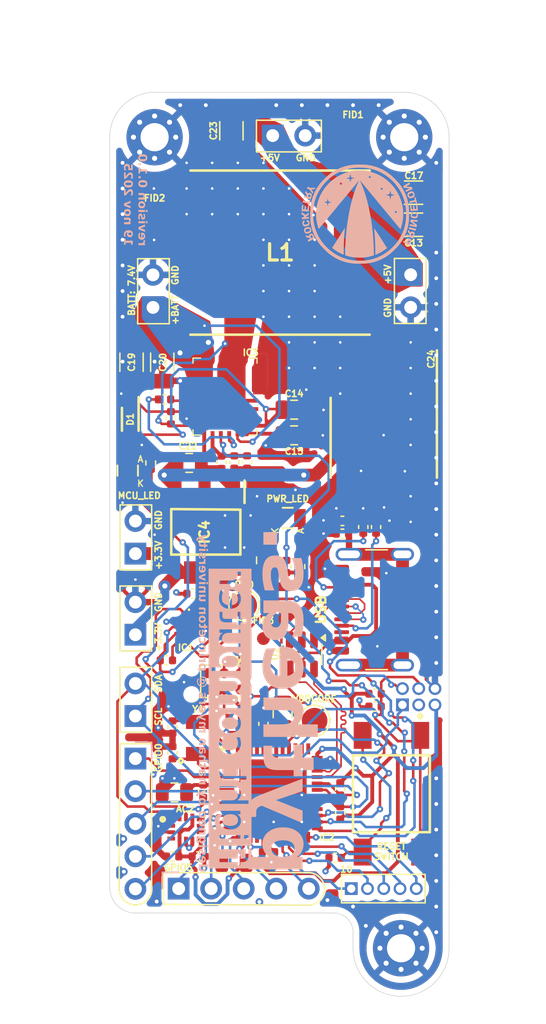
<source format=kicad_pcb>
(kicad_pcb (version 20241229) (generator "pcbnew") (generator_version "9.0")
  (title_block (title "Pytheas Flight Computer PCB") (date "2025-11-19") (rev "0.1.0") (company "Princeton University") (comment 1 "Princeton Rocketry — Active Controls") (comment 2 "Designed by Nathan Myers on 2025-11-19"))
  (layers (0 "F.Cu" signal) (4 "In1.Cu" signal) (6 "In2.Cu" signal) (2 "B.Cu" signal) (13 "F.Paste" user) (15 "B.Paste" user) (5 "F.SilkS" user "F.Silkscreen") (7 "B.SilkS" user "B.Silkscreen") (1 "F.Mask" user) (3 "B.Mask" user) (25 "Edge.Cuts" user))
  (net 0 "")
  (net 1 "GND")
  (net 4 "+3V3")
  (net 5 "/I2C_SDA")
  (net 8 "/I2C_SCL")
  (net 9 "/~{RESET}")
  (net 10 "/XIN32")
  (net 11 "/XOUT32")
  (net 12 "/USB_SHIELD")
  (net 13 "+5V")
  (net 14 "/PVDD")
  (net 15 "/VDD")
  (net 16 "/BST")
  (net 17 "/SW")
  (net 18 "/FB")
  (net 19 "+BATT")
  (net 20 "/BMP_INT")
  (net 21 "/SDO")
  (net 23 "/GPIO5")
  (net 24 "/PG_5V")
  (net 25 "/xGPIO11")
  (net 26 "/GPIO9")
  (net 27 "/GPIO7")
  (net 28 "/xGPIO12")
  (net 29 "/GPIO0")
  (net 31 "/~{MCU_LED_STAT}")
  (net 32 "/xGPIO13")
  (net 34 "/xGPIO10")
  (net 35 "/USB_D-")
  (net 39 "/SWCLK")
  (net 41 "/GPIO2")
  (net 42 "/SWDIO")
  (net 43 "/GPIO8")
  (net 44 "/GPIO3")
  (net 45 "/GPIO4")
  (net 48 "/GPIO6")
  (net 49 "/xGPIO14")
  (net 50 "/USB_D+")
  (net 51 "/GPIO1")
  (net 55 "/USB_CC2")
  (net 56 "V_{USB}")
  (net 57 "/USB_o_D-")
  (net 58 "/USB_CC1")
  (net 59 "/USB_o_D+")
  (net 62 "/VDDANA")
  (net 64 "/VDDCORE")
  (net 65 "/RESET_o")
  (net 66 "/EN")
  (net 67 "/PWRLED_o")
  (net 68 "/MCULED_o")
  (footprint "SamacSys_Parts:LGA-14_1" (layer "F.Cu") (at 203.95 93.95)
    (property "Reference" "AC2")
    (property "Value" "LSM6DSOXTR" (hide yes))
  )
  (footprint "Connector_PinHeader_1.27mm:PinHeader_2x03_P1.27mm_Vertical" (layer "F.Cu") (at 220.86 84.27 90)
    (property "Reference" "J4" (hide yes))
    (property "Value" "Conn_02x03")
  )
  (footprint "Capacitor_SMD:C_0402_1005Metric" (layer "F.Cu") (at 202.275 60.45 180)
    (property "Reference" "R11" (hide yes))
    (property "Value" "10k")
  )
  (footprint "Capacitor_SMD:C_1206_3216Metric" (layer "F.Cu") (at 221.728324 44.325641)
    (property "Reference" "C17")
    (property "Value" "100uF")
  )
  (footprint "Capacitor_SMD:C_0402_1005Metric" (layer "F.Cu") (at 204.911249 96.093202)
    (property "Reference" "C78" (hide yes))
    (property "Value" "100nF")
  )
  (footprint "SamacSys_Parts:SOT230P700X180-4N" (layer "F.Cu") (at 205.4 70.8 -90)
    (property "Reference" "IC4")
    (property "Value" "TLV1117LV33DCYR" (hide yes))
  )
  (footprint "Capacitor_SMD:C_0402_1005Metric" (layer "F.Cu") (at 202.911249 96.093202 180)
    (property "Reference" "C77" (hide yes))
    (property "Value" "100nF")
  )
  (footprint "Capacitor_SMD:C_0402_1005Metric" (layer "F.Cu") (at 216 90.82 -90)
    (property "Reference" "R6" (hide yes))
    (property "Value" "2k2")
  )
  (footprint "Fiducial:Fiducial_1mm_Mask2mm" (layer "F.Cu") (at 201.5 46.5)
    (property "Reference" "FID2")
    (property "Value" "Fiducial")
  )
  (footprint "MountingHole:MountingHole_2.2mm_M2_Pad_Via" (layer "F.Cu") (at 220.75 103.25)
    (property "Reference" "H1" (hide yes))
    (property "Value" "MH_P")
  )
  (footprint "Fiducial:Fiducial_1mm_Mask2mm" (layer "F.Cu") (at 217 40)
    (property "Reference" "FID1")
    (property "Value" "Fiducial")
  )
  (footprint "Capacitor_SMD:C_0402_1005Metric" (layer "F.Cu") (at 217.8 70.4 90)
    (property "Reference" "R4" (hide yes))
    (property "Value" "5k1")
  )
  (footprint "SamacSys_Parts:MIC24054YJLTR" (layer "F.Cu") (at 207 60.225 180)
    (property "Reference" "IC3")
    (property "Value" "MIC24054YJL-TR" (hide yes))
  )
  (footprint "SamacSys_Parts:FSM2J_1" (layer "F.Cu") (at 220 91.2)
    (property "Reference" "RESET" (hide yes))
    (property "Value" "SW_Push_Dual" (hide yes))
  )
  (footprint "SamacSys_Parts:BMP390" (layer "F.Cu") (at 203.938 78.2)
    (property "Reference" "IC1")
    (property "Value" "BMP390" (hide yes))
  )
  (footprint "Capacitor_SMD:C_0402_1005Metric" (layer "F.Cu") (at 218.72 84.4 180)
    (property "Reference" "C7" (hide yes))
    (property "Value" "100nF")
  )
  (footprint "MountingHole:MountingHole_2.2mm_M2_Pad_Via" (layer "F.Cu") (at 221 40)
    (property "Reference" "H2" (hide yes))
    (property "Value" "MH_P")
  )
  (footprint "Capacitor_SMD:C_0805_2012Metric" (layer "F.Cu") (at 203.05 91.1 180)
    (property "Reference" "C2" (hide yes))
    (property "Value" "10uF")
  )
  (footprint "Capacitor_SMD:C_0402_1005Metric" (layer "F.Cu") (at 215.6 96.2 180)
    (property "Reference" "R2" (hide yes))
    (property "Value" "330R")
  )
  (footprint "SamacSys_Parts:QFN50P700X700X90-49N-D" (layer "F.Cu") (at 210.75 91.15)
    (property "Reference" "IC2")
    (property "Value" "ATSAMD21G18A-MFT" (hide yes))
  )
  (footprint "SamacSys_Parts:LEDC2012X90N" (layer "F.Cu") (at 199.4 66 90)
    (property "Reference" "MCU_LED")
    (property "Value" "LO_R976-PS-1" (hide yes))
  )
  (footprint "Connector_PinHeader_2.54mm:PinHeader_1x02_P2.54mm_Horizontal" (layer "F.Cu") (at 221.5 50.725)
    (property "Reference" "J14" (hide yes))
    (property "Value" "Conn_01x02")
  )
  (footprint "Connector_USB:USB_C_Receptacle_GCT_USB4105-xx-A_16P_TopMnt_Horizontal" (layer "F.Cu") (at 219.79 76.85 90)
    (property "Reference" "USB")
    (property "Value" "USB_C_Receptacle_USB2.0_14P")
  )
  (footprint "Capacitor_SMD:C_1206_3216Metric" (layer "F.Cu") (at 202.1 57.55 -90)
    (property "Reference" "C20")
    (property "Value" "47uF")
  )
  (footprint "Connector_PinHeader_2.54mm:PinHeader_1x02_P2.54mm_Horizontal" (layer "F.Cu") (at 200 85.14 180)
    (property "Reference" "J10" (hide yes))
    (property "Value" "Conn_01x02")
  )
  (footprint "Capacitor_SMD:C_0805_2012Metric" (layer "F.Cu") (at 212.4 63.25)
    (property "Reference" "C15")
    (property "Value" "1uF")
  )
  (footprint "Capacitor_SMD:C_0402_1005Metric" (layer "F.Cu") (at 205.3 91 -90)
    (property "Reference" "C1" (hide yes))
    (property "Value" "100nF")
  )
  (footprint "Capacitor_SMD:C_0402_1005Metric" (layer "F.Cu") (at 216.17 69.925 180)
    (property "Reference" "R8" (hide yes))
    (property "Value" "1M")
  )
  (footprint "Connector_PinHeader_2.54mm:PinHeader_1x02_P2.54mm_Horizontal" (layer "F.Cu") (at 201.375 53.275 180)
    (property "Reference" "J15" (hide yes))
    (property "Value" "Conn_01x02")
  )
  (footprint "Capacitor_SMD:C_0402_1005Metric" (layer "F.Cu") (at 204.5 75.6 180)
    (property "Reference" "C12" (hide yes))
    (property "Value" "100nF")
  )
  (footprint "Capacitor_SMD:C_0402_1005Metric" (layer "F.Cu") (at 210 85.75 90)
    (property "Reference" "C3" (hide yes))
    (property "Value" "100nF")
  )
  (footprint "Capacitor_SMD:C_1206_3216Metric" (layer "F.Cu") (at 207.5 39.5 -90)
    (property "Reference" "C23")
    (property "Value" "100uF")
  )
  (footprint "TestPoint:TestPoint_Pad_D2.0mm" (layer "F.Cu") (at 214 85.5)
    (property "Reference" "VDDCORE")
    (property "Value" "VDD_CORE")
  )
  (footprint "Capacitor_SMD:C_0402_1005Metric" (layer "F.Cu") (at 216.17 70.925 180)
    (property "Reference" "C10" (hide yes))
    (property "Value" "4.7nF")
  )
  (footprint "Capacitor_SMD:C_0805_2012Metric" (layer "F.Cu") (at 204.2 65.4)
    (property "Reference" "C22")
    (property "Value" "1uF")
  )
  (footprint "Capacitor_SMD:C_0402_1005Metric" (layer "F.Cu") (at 216 92.7 90)
    (property "Reference" "R7" (hide yes))
    (property "Value" "2k2")
  )
  (footprint "SamacSys_Parts:LEDC2012X40N" (layer "F.Cu") (at 211.9 69.7)
    (property "Reference" "PWR_LED")
    (property "Value" "LS_R976-NR-1" (hide yes))
  )
  (footprint "Capacitor_SMD:C_0402_1005Metric" (layer "F.Cu") (at 202.775 61.88 -90)
    (property "Reference" "C16" (hide yes))
    (property "Value" "100nF")
  )
  (footprint "Connector_PinHeader_2.54mm:PinHeader_1x02_P2.54mm_Horizontal" (layer "F.Cu") (at 210.725 39.875 90)
    (property "Reference" "J13" (hide yes))
    (property "Value" "Conn_01x02")
  )
  (footprint "Connector_PinHeader_2.54mm:PinHeader_1x02_P2.54mm_Horizontal" (layer "F.Cu") (at 200 72.475 180)
    (property "Reference" "J9" (hide yes))
    (property "Value" "Conn_01x02")
  )
  (footprint "SamacSys_Parts:CAPAE830X1050N" (layer "F.Cu") (at 219.4 62.4 -90)
    (property "Reference" "C24")
    (property "Value" "470uF" (hide yes))
  )
  (footprint "Connector_PinHeader_2.54mm:PinHeader_1x02_P2.54mm_Horizontal" (layer "F.Cu") (at 200 78.8 180)
    (property "Reference" "J8" (hide yes))
    (property "Value" "Conn_01x02")
  )
  (footprint "Connector:Tag-Connect_TC2030-IDC-NL_2x03_P1.27mm_Vertical" (layer "F.Cu") (at 206.93 82.435 180)
    (property "Reference" "SWD")
    (property "Value" "TagConnect_NL")
  )
  (footprint "Capacitor_SMD:C_0402_1005Metric" (layer "F.Cu") (at 202.9 88 90)
    (property "Reference" "C9" (hide yes))
    (property "Value" "18pF")
  )
  (footprint "Connector_PinHeader_1.27mm:PinHeader_1x05_P1.27mm_Vertical" (layer "F.Cu") (at 216.86 98.6 90)
    (property "Reference" "J7" (hide yes))
    (property "Value" "Conn_01x05")
  )
  (footprint "Resistor_SMD:R_0402_1005Metric" (layer "F.Cu") (at 212.85 73.485 90)
    (property "Reference" "R37" (hide yes))
    (property "Value" "1k")
  )
  (footprint "Capacitor_SMD:C_0402_1005Metric" (layer "F.Cu") (at 207.8 85.3 180)
    (property "Reference" "R3" (hide yes))
    (property "Value" "1k")
  )
  (footprint "Capacitor_SMD:C_0402_1005Metric" (layer "F.Cu") (at 206.5 76.1 -90)
    (property "Reference" "C11" (hide yes))
    (property "Value" "100nF")
  )
  (footprint "MountingHole:MountingHole_2.2mm_M2_Pad_Via" (layer "F.Cu") (at 201.5 40)
    (property "Reference" "H3" (hide yes))
    (property "Value" "MH_P")
  )
  (footprint "Capacitor_SMD:C_0402_1005Metric" (layer "F.Cu") (at 208.725 65.33 90)
    (property "Reference" "C18" (hide yes))
    (property "Value" "4.7nF")
  )
  (footprint "Capacitor_SMD:C_0805_2012Metric" (layer "F.Cu") (at 211.5 85 90)
    (property "Reference" "C4" (hide yes))
    (property "Value" "1uF")
  )
  (footprint "Capacitor_SMD:C_0402_1005Metric" (layer "F.Cu") (at 211.8 73.48 -90)
    (property "Reference" "R13" (hide yes))
    (property "Value" "1k")
  )
  (footprint "Capacitor_SMD:C_0402_1005Metric" (layer "F.Cu") (at 206.725 65.35 -90)
    (property "Reference" "R12" (hide yes))
    (property "Value" "1k5_1%")
  )
  (footprint "Capacitor_SMD:C_0402_1005Metric" (layer "F.Cu") (at 218.72 83.4)
    (property "Reference" "R1" (hide yes))
    (property "Value" "10k")
  )
  (footprint "SamacSys_Parts:INDPM140128X650N" (layer "F.Cu") (at 211.3 49)
    (property "Reference" "L1")
    (property "Value" "2.7uH" (hide yes))
  )
  (footprint "Package_TO_SOT_SMD:SOT-23-6" (layer "F.Cu") (at 213 80.3375 -90)
    (property "Reference" "U2")
    (property "Value" "USBLC6-2SC6")
  )
  (footprint "Capacitor_SMD:C_0402_1005Metric" (layer "F.Cu") (at 202.9 86 90)
    (property "Reference" "C8" (hide yes))
    (property "Value" "18pF")
  )
  (footprint "Capacitor_SMD:C_1206_3216Metric" (layer "F.Cu") (at 199.7 57.55 -90)
    (property "Reference" "C19")
    (property "Value" "47uF")
  )
  (footprint "Capacitor_SMD:C_0402_1005Metric" (layer "F.Cu") (at 218.8 70.4 90)
    (property "Reference" "R5" (hide yes))
    (property "Value" "5k1")
  )
  (footprint "Capacitor_SMD:C_0805_2012Metric" (layer "F.Cu") (at 212.4 61.25)
    (property "Reference" "C14")
    (property "Value" "2.2uF")
  )
  (footprint "SamacSys_Parts:ECX-31B" (layer "F.Cu") (at 204.9 86.85 90)
    (property "Reference" "Y1")
    (property "Value" "32.768kHz" (hide yes))
  )
  (footprint "Capacitor_SMD:C_0402_1005Metric" (layer "F.Cu") (at 207.725 65.33 90)
    (property "Reference" "R10" (hide yes))
    (property "Value" "8k_1%")
  )
  (footprint "Capacitor_SMD:C_0402_1005Metric" (layer "F.Cu") (at 210.4 95.75)
    (property "Reference" "C5" (hide yes))
    (property "Value" "100nF")
  )
  (footprint "SamacSys_Parts:SOD2713X115N" (layer "F.Cu") (at 199.6 62 -90)
    (property "Reference" "D1")
    (property "Value" "SD103AWS-E3-08" (hide yes))
  )
  (footprint "Capacitor_SMD:C_0805_2012Metric" (layer "F.Cu") (at 207.7 96.6 180)
    (property "Reference" "C6" (hide yes))
    (property "Value" "10uF")
  )
  (footprint "Capacitor_SMD:C_0402_1005Metric" (layer "F.Cu") (at 202.42 80.8 180)
    (property "Reference" "R9" (hide yes))
    (property "Value" "10k")
  )
  (footprint "Resistor_SMD:R_0402_1005Metric" (layer "F.Cu") (at 201.2 65.4 90)
    (property "Reference" "R36" (hide yes))
    (property "Value" "1k")
  )
  (footprint "TestPoint:TestPoint_Pad_D2.0mm" (layer "F.Cu") (at 208.5 76.5)
    (property "Reference" "SDO")
    (property "Value" "SDO")
  )
  (footprint "Capacitor_SMD:C_0805_2012Metric" (layer "F.Cu") (at 210.2 73 90)
    (property "Reference" "C21" (hide yes))
    (property "Value" "1uF")
  )
  (footprint "Fiducial:Fiducial_1mm_Mask2mm" (layer "F.Cu") (at 210 79.1)
    (property "Reference" "FID3")
    (property "Value" "Fiducial")
  )
  (footprint "Capacitor_SMD:C_1206_3216Metric" (layer "F.Cu") (at 221.728324 46.825641)
    (property "Reference" "C13")
    (property "Value" "100uF")
  )
  (footprint "Connector_PinHeader_2.54mm:PinHeader_1x05_P2.54mm_Horizontal" (layer "B.Cu") (at 203.38 98.6 -90)
    (property "Reference" "J6" (hide yes))
    (property "Value" "Conn_01x05")
  )
  (footprint "LOGO" (layer "B.Cu") (at 217.4 46 90)
    (property "Reference" "G***" (hide yes))
    (property "Value" "LOGO" (hide yes))
  )
  (footprint "Connector_PinHeader_2.54mm:PinHeader_1x05_P2.54mm_Horizontal" (layer "B.Cu") (at 200 88.46 180)
    (property "Reference" "J5" (hide yes))
    (property "Value" "Conn_01x05")
  )
  (gr_line (start 222.7 54.525624) (end 222.7 49.455624) (stroke (width 0.12)) (layer "F.SilkS"))
  (gr_line (start 214.524123 41.145796) (end 214.524123 38.675796) (stroke (width 0.12)) (layer "F.SilkS"))
  (gr_line (start 202.202226 99.826768) (end 213.502226 99.895725) (stroke (width 0.12)) (layer "F.SilkS"))
  (gr_line (start 202.202226 97.355725) (end 213.502226 97.355725) (stroke (width 0.12)) (layer "F.SilkS"))
  (gr_line (start 202.646252 53.275437) (end 202.646252 49.475437) (stroke (width 0.12)) (layer "F.SilkS"))
  (gr_line (start 200.176252 49.475437) (end 200.176252 54.545437) (stroke (width 0.12)) (layer "F.SilkS"))
  (gr_line (start 201.27 72.5) (end 201.271425 68.675814) (stroke (width 0.12)) (layer "F.SilkS"))
  (gr_line (start 214.524123 38.675796) (end 209.454123 38.675796) (stroke (width 0.12)) (layer "F.SilkS"))
  (gr_line (start 201.27 87.3) (end 198.798957 87.3) (stroke (width 0.12)) (layer "F.SilkS"))
  (gr_line (start 201.27 78.8) (end 201.27 75) (stroke (width 0.12)) (layer "F.SilkS"))
  (gr_line (start 198.798957 87.3) (end 198.73 98.6) (stroke (width 0.12)) (layer "F.SilkS"))
  (gr_line (start 201.27 87.3) (end 201.27 98.6) (stroke (width 0.12)) (layer "F.SilkS"))
  (gr_line (start 198.798957 86.40848) (end 200 86.41) (stroke (width 0.12)) (layer "F.SilkS"))
  (gr_line (start 198.8 80.07) (end 200 80.07) (stroke (width 0.12)) (layer "F.SilkS"))
  (gr_arc (start 213.502226 97.355725) (mid 214.772175 98.6257) (end 213.502226 99.895725) (stroke (width 0.12)) (layer "F.SilkS"))
  (gr_line (start 202.202226 97.355725) (end 202.202226 99.826768) (stroke (width 0.12)) (layer "F.SilkS"))
  (gr_line (start 205.1 83.7) (end 208.835 83.7) (stroke (width 0.12)) (layer "F.SilkS"))
  (gr_line (start 208.835 81.8) (end 208.835 83.7) (stroke (width 0.12)) (layer "F.SilkS"))
  (gr_line (start 220.23 50.725624) (end 220.23 54.525624) (stroke (width 0.12)) (layer "F.SilkS"))
  (gr_line (start 209.454123 38.675796) (end 209.454123 39.875796) (stroke (width 0.12)) (layer "F.SilkS"))
  (gr_line (start 201.268957 81.33848) (end 198.798957 81.33848) (stroke (width 0.12)) (layer "F.SilkS"))
  (gr_line (start 222.7 49.455624) (end 221.5 49.455624) (stroke (width 0.12)) (layer "F.SilkS"))
  (gr_line (start 198.8 75) (end 198.8 80.07) (stroke (width 0.12)) (layer "F.SilkS"))
  (gr_line (start 210.724123 41.145796) (end 214.524123 41.145796) (stroke (width 0.12)) (layer "F.SilkS"))
  (gr_line (start 208.2 81.165) (end 205.1 81.165) (stroke (width 0.12)) (layer "F.SilkS"))
  (gr_arc (start 201.27 98.6) (mid 200 99.87) (end 198.73 98.6) (stroke (width 0.12)) (layer "F.SilkS"))
  (gr_line (start 201.268957 85.13848) (end 201.268957 81.33848) (stroke (width 0.12)) (layer "F.SilkS"))
  (gr_line (start 220.23 54.525624) (end 222.7 54.525624) (stroke (width 0.12)) (layer "F.SilkS"))
  (gr_line (start 205.1 81.165) (end 205.1 83.7) (stroke (width 0.12)) (layer "F.SilkS"))
  (gr_line (start 201.271425 68.675814) (end 198.801425 68.675814) (stroke (width 0.12)) (layer "F.SilkS"))
  (gr_line (start 198.801425 68.675814) (end 198.801425 73.745814) (stroke (width 0.12)) (layer "F.SilkS"))
  (gr_line (start 201.27 75) (end 198.8 75) (stroke (width 0.12)) (layer "F.SilkS"))
  (gr_line (start 202.646252 49.475437) (end 200.176252 49.475437) (stroke (width 0.12)) (layer "F.SilkS"))
  (gr_line (start 198.801425 73.745814) (end 200.001425 73.745814) (stroke (width 0.12)) (layer "F.SilkS"))
  (gr_line (start 198.798957 81.33848) (end 198.798957 86.40848) (stroke (width 0.12)) (layer "F.SilkS"))
  (gr_line (start 200.176252 54.545437) (end 201.376252 54.545437) (stroke (width 0.12)) (layer "F.SilkS"))
  (gr_arc (start 221 36.5) (mid 223.474874 37.525126) (end 224.5 40) (stroke (width 0.05)) (layer "Edge.Cuts"))
  (gr_line (start 217 103.25) (end 217 102) (stroke (width 0.05)) (layer "Edge.Cuts"))
  (gr_line (start 206 100.5) (end 215.5 100.500001) (stroke (width 0.05)) (layer "Edge.Cuts"))
  (gr_arc (start 200 100.5) (mid 198.585786 99.914214) (end 198 98.5) (stroke (width 0.05)) (layer "Edge.Cuts"))
  (gr_line (start 198 98.5) (end 198 40) (stroke (width 0.05)) (layer "Edge.Cuts"))
  (gr_arc (start 198 40) (mid 199.025126 37.525126) (end 201.5 36.5) (stroke (width 0.05)) (layer "Edge.Cuts"))
  (gr_arc (start 224.5 103.25) (mid 220.75 107) (end 217 103.25) (stroke (width 0.05)) (layer "Edge.Cuts"))
  (gr_line (start 221 36.5) (end 201.5 36.5) (stroke (width 0.05)) (layer "Edge.Cuts"))
  (gr_line (start 224.5 98.5) (end 224.5 103.25) (stroke (width 0.05)) (layer "Edge.Cuts"))
  (gr_arc (start 215.5 100.5) (mid 216.56066 100.93934) (end 217 102) (stroke (width 0.05)) (layer "Edge.Cuts"))
  (gr_line (start 206 100.5) (end 200 100.5) (stroke (width 0.05)) (layer "Edge.Cuts"))
  (gr_line (start 224.5 98.5) (end 224.5 40) (stroke (width 0.05)) (layer "Edge.Cuts"))
  (gr_text "RESET\nSWITCH" (at 220 96.4 0) (layer "F.SilkS") (effects (font (size 0.5 0.5) (thickness 0.125) (bold yes)) (justify bottom)))
  (gr_text "SCL" (at 202.1 85.2 90) (layer "F.SilkS") (effects (font (size 0.5 0.5) (thickness 0.125) (bold yes)) (justify bottom)))
  (gr_text "GND" (at 213.3 41.9 0) (layer "F.SilkS") (effects (font (size 0.5 0.5) (thickness 0.125) (bold yes)) (justify bottom)))
  (gr_text "A\n" (at 213.2 70.7 90) (layer "F.SilkS") (effects (font (size 0.5 0.5) (thickness 0.1)) (justify bottom)))
  (gr_text "GND" (at 202.1 70.7 90) (layer "F.SilkS") (effects (font (size 0.5 0.5) (thickness 0.125) (bold yes)) (justify left bottom)))
  (gr_text "GPIO0" (at 202.1 88.4 90) (layer "F.SilkS") (effects (font (size 0.5 0.5) (thickness 0.125) (bold yes)) (justify bottom)))
  (gr_text "10" (at 216.483217 97.383639 0) (layer "F.SilkS") (effects (font (size 0.5 0.5) (thickness 0.125) (bold yes)) (justify bottom)))
  (gr_text "GPIO5" (at 203.345218 97.254781 0) (layer "F.SilkS") (effects (font (size 0.5 0.5) (thickness 0.125) (bold yes)) (justify bottom)))
  (gr_text "K" (at 200.4 67.3 0) (layer "F.SilkS") (effects (font (size 0.5 0.5) (thickness 0.1)) (justify bottom)))
  (gr_text "+3.3V" (at 202.1 73.8 90) (layer "F.SilkS") (effects (font (size 0.5 0.5) (thickness 0.125) (bold yes)) (justify left bottom)))
  (gr_text "GND" (at 220 53.3 90) (layer "F.SilkS") (effects (font (size 0.5 0.5) (thickness 0.125) (bold yes)) (justify bottom)))
  (gr_text "A\n" (at 200.4 65.4 0) (layer "F.SilkS") (effects (font (size 0.5 0.5) (thickness 0.1)) (justify bottom)))
  (gr_text "BATT: 7.4V" (at 200 54 90) (layer "F.SilkS") (effects (font (size 0.5 0.5) (thickness 0.125) (bold yes)) (justify left bottom)))
  (gr_text "+5V" (at 210.5 41.9 0) (layer "F.SilkS") (effects (font (size 0.5 0.5) (thickness 0.125) (bold yes)) (justify bottom)))
  (gr_text "+3.3V" (at 202.1 80.2 90) (layer "F.SilkS") (effects (font (size 0.5 0.5) (thickness 0.125) (bold yes)) (justify left bottom)))
  (gr_text "+5V" (at 220 50.7 90) (layer "F.SilkS") (effects (font (size 0.5 0.5) (thickness 0.125) (bold yes)) (justify bottom)))
  (gr_text "K" (at 211.2 70.7 90) (layer "F.SilkS") (effects (font (size 0.5 0.5) (thickness 0.1)) (justify bottom)))
  (gr_text "SDA" (at 202.1 83.4 90) (layer "F.SilkS") (effects (font (size 0.5 0.5) (thickness 0.125) (bold yes)) (justify left bottom)))
  (gr_text "GND" (at 203.4 51.6 90) (layer "F.SilkS") (effects (font (size 0.5 0.5) (thickness 0.125) (bold yes)) (justify left bottom)))
  (gr_text "+BATT" (at 203.4 54.7 90) (layer "F.SilkS") (effects (font (size 0.5 0.5) (thickness 0.125) (bold yes)) (justify left bottom)))
  (gr_text "GND" (at 202.1 77.1 90) (layer "F.SilkS") (effects (font (size 0.5 0.5) (thickness 0.125) (bold yes)) (justify left bottom)))
  (gr_text "flight computer" (at 206.207624 96.857165 270) (layer "B.SilkS" knockout) (effects (font (size 2.13 2.13) (thickness 0.25) (italic yes)) (justify left bottom mirror)))
  (gr_text "pytheas." (at 209.317275 97.57309 270) (layer "B.SilkS") (effects (font (size 4 4) (thickness 0.8) (bold yes)) (justify left bottom mirror)))
  (gr_text "revision 0.1.0\n19 nov 2025" (at 199 48.5 270) (layer "B.SilkS") (effects (font (size 0.67 0.67) (thickness 0.125) (bold yes) (italic yes)) (justify left bottom mirror)))
  (gr_text "designed by nathan myers @ princeton university" (at 204.852163 97.312304 270) (layer "B.SilkS") (effects (font (size 0.67 0.67) (thickness 0.125) (bold yes) (italic yes)) (justify left bottom mirror)))
  (segment (start 201.787561 87.287561) (end 201.787561 86.052361) (width 0.5) (layer "F.Cu") (net 1))
  (segment (start 199.7 58.2) (end 199.7 59.025) (width 0.5) (layer "F.Cu") (net 1))
  (segment (start 204.7 78.7) (end 204.7 78.2) (width 0.2) (layer "F.Cu") (net 1))
  (segment (start 210.88 96.281109) (end 210.88 95.75) (width 0.3) (layer "F.Cu") (net 1))
  (segment (start 215.253359 80.05) (end 215.159233 80.144126) (width 0.5) (layer "F.Cu") (net 1))
  (segment (start 202.11662 91.08338) (end 202.1 91.1) (width 0.5) (layer "F.Cu") (net 1))
  (segment (start 210.5 91.4) (end 210.75 91.15) (width 0.3) (layer "F.Cu") (net 1))
  (segment (start 202.9 86.48) (end 202.88 86.5) (width 0.5) (layer "F.Cu") (net 1))
  (segment (start 214.2 88.9) (end 213 88.9) (width 0.3) (layer "F.Cu") (net 1))
  (segment (start 212 58.4) (end 212 58) (width 0.3) (layer "F.Cu") (net 1))
  (segment (start 214.2 88.9) (end 214.801075 88.9) (width 0.3) (layer "F.Cu") (net 1))
  (segment (start 205.375 62.075) (end 205.45 62) (width 0.3) (layer "F.Cu") (net 1))
  (segment (start 203.176 77.7) (end 202.502606 77.7) (width 0.15) (layer "F.Cu") (net 1))
  (segment (start 205.3 78.7) (end 205.5 78.5) (width 0.2) (layer "F.Cu") (net 1))
  (segment (start 208.55 72.05) (end 208.5 72) (width 0.5) (layer "F.Cu") (net 1))
  (segment (start 199.1 75.36) (end 200 76.26) (width 0.3) (layer "F.Cu") (net 1))
  (segment (start 201.790207 93.734327) (end 202.324534 93.2) (width 0.2) (layer "F.Cu") (net 1))
  (segment (start 206.192349 96.042349) (end 206.192349 95.217253) (width 0.5) (layer "F.Cu") (net 1))
  (segment (start 203.95 94.85) (end 203.95 95.173647) (width 0.3) (layer "F.Cu") (net 1))
  (segment (start 207.075 61.85) (end 207 61.775) (width 0.3) (layer "F.Cu") (net 1))
  (segment (start 203.95 95.173647) (end 204.198094 95.421741) (width 0.3) (layer "F.Cu") (net 1))
  (segment (start 210.95 71.3) (end 210.95 69.7) (width 0.5) (layer "F.Cu") (net 1))
  (segment (start 202.02 87.52) (end 201.787561 87.287561) (width 0.5) (layer "F.Cu") (net 1))
  (segment (start 204.897406 82.5) (end 203.8 82.5) (width 0.3) (layer "F.Cu") (net 1))
  (segment (start 210.618116 96.542993) (end 210.88 96.281109) (width 0.3) (layer "F.Cu") (net 1))
  (segment (start 206.925 61.85) (end 207 61.775) (width 0.3) (layer "F.Cu") (net 1))
  (segment (start 200 76.26) (end 200.9 75.36) (width 0.3) (layer "F.Cu") (net 1))
  (segment (start 214.801075 88.9) (end 215.2209 88.480175) (width 0.3) (layer "F.Cu") (net 1))
  (segment (start 215.696571 69.918429) (end 215.69 69.925) (width 0.5) (layer "F.Cu") (net 1))
  (segment (start 202.9 87.52) (end 202.02 87.52) (width 0.5) (layer "F.Cu") (net 1))
  (segment (start 202.11662 90) (end 202.11662 91.08338) (width 0.5) (layer "F.Cu") (net 1))
  (segment (start 202.502606 77.7) (end 202.418839 77.783767) (width 0.15) (layer "F.Cu") (net 1))
  (segment (start 202.1 59.025) (end 202.1 58.1) (width 0.5) (layer "F.Cu") (net 1))
  (segment (start 205.375 63.125) (end 205.375 62.075) (width 0.3) (layer "F.Cu") (net 1))
  (segment (start 206.725 65.83) (end 205.58 65.83) (width 0.5) (layer "F.Cu") (net 1))
  (segment (start 203.3 75.6) (end 203.192937 75.492937) (width 0.3) (layer "F.Cu") (net 1))
  (segment (start 219.842914 69.902808) (end 218.817192 69.902808) (width 0.5) (layer "F.Cu") (net 1))
  (segment (start 216.104465 73.655535) (end 216.11 73.65) (width 0.5) (layer "F.Cu") (net 1))
  (segment (start 205.2 78.2) (end 205.5 78.5) (width 0.2) (layer "F.Cu") (net 1))
  (segment (start 207.7 67.65) (end 206.725 66.675) (width 0.5) (layer "F.Cu") (net 1))
  (segment (start 218.817192 69.902808) (end 218.8 69.92) (width 0.5) (layer "F.Cu") (net 1))
  (segment (start 223.4 83) (end 222.691227 82.291227) (width 0.2) (layer "F.Cu") (net 1))
  (segment (start 201.824534 93.7) (end 201.790207 93.734327) (width 0.2) (layer "F.Cu") (net 1))
  (segment (start 209.15 67.65) (end 207.7 67.65) (width 0.5) (layer "F.Cu") (net 1))
  (segment (start 209.4 59.9) (end 210.5 59.9) (width 0.3) (layer "F.Cu") (net 1))
  (segment (start 206.243202 96.093202) (end 206.192349 96.042349) (width 0.5) (layer "F.Cu") (net 1))
  (segment (start 204.7 78.7) (end 205.3 78.7) (width 0.2) (layer "F.Cu") (net 1))
  (segment (start 202.247989 96.093202) (end 201.790207 95.63542) (width 0.5) (layer "F.Cu") (net 1))
  (segment (start 202.431249 96.093202) (end 202.247989 96.093202) (width 0.5) (layer "F.Cu") (net 1))
  (segment (start 205.66 81.8) (end 205.597406 81.8) (width 0.3) (layer "F.Cu") (net 1))
  (segment (start 210.5 94.6) (end 210.5 91.4) (width 0.3) (layer "F.Cu") (net 1))
  (segment (start 206.5 77.5) (end 205.5 78.5) (width 0.3) (layer "F.Cu") (net 1))
  (segment (start 198.899 59.225438) (end 198.899 60) (width 0.5) (layer "F.Cu") (net 1))
  (segment (start 217.7944 69.9144) (end 217.8 69.92) (width 0.5) (layer "F.Cu") (net 1))
  (segment (start 207 69.5) (end 207.5 69.5) (width 0.5) (layer "F.Cu") (net 1))
  (segment (start 210.5 95.37) (end 210.5 94.6) (width 0.2) (layer "F.Cu") (net 1))
  (segment (start 213 88.9) (end 210.75 91.15) (width 0.3) (layer "F.Cu") (net 1))
  (segment (start 209.4 61.85) (end 207.075 61.85) (width 0.3) (layer "F.Cu") (net 1))
  (segment (start 218.8 69.496588) (end 219.425624 68.870964) (width 0.5) (layer "F.Cu") (net 1))
  (segment (start 206.5 76.58) (end 206.5 77.5) (width 0.3) (layer "F.Cu") (net 1))
  (segment (start 210.88 95.75) (end 210.5 95.37) (width 0.2) (layer "F.Cu") (net 1))
  (segment (start 204.6 61.85) (end 205 61.85) (width 0.3) (layer "F.Cu") (net 1))
  (segment (start 199 57.5) (end 199.7 58.2) (width 0.5) (layer "F.Cu") (net 1))
  (segment (start 211.746532 80.201) (end 211.401 79.855468) (width 0.2) (layer "F.Cu") (net 1))
  (segment (start 202.1 58.1) (end 201.5 57.5) (width 0.5) (layer "F.Cu") (net 1))
  (segment (start 213.35 63.25) (end 213.35 61.25) (width 0.5) (layer "F.Cu") (net 1))
  (segment (start 199.7 59.025) (end 199.099438 59.025) (width 0.5) (layer "F.Cu") (net 1))
  (segment (start 210.2 72.05) (end 210.95 71.3) (width 0.5) (layer "F.Cu") (net 1))
  (segment (start 210 85.27) (end 210 84.5) (width 0.5) (layer "F.Cu") (net 1))
  (segment (start 204.1 61.85) (end 204 61.95) (width 0.3) (layer "F.Cu") (net 1))
  (segment (start 201.790207 95.63542) (end 201.790207 93.734327) (width 0.5) (layer "F.Cu") (net 1))
  (segment (start 218.24 84.4) (end 217.6 84.4) (width 0.2) (layer "F.Cu") (net 1))
  (segment (start 205.391249 96.093202) (end 205.391249 96.978751) (width 0.3) (layer "F.Cu") (net 1))
  (segment (start 222.691227 82.291227) (end 222.691227 81.610067) (width 0.2) (layer "F.Cu") (net 1))
  (segment (start 211 90.9) (end 210.75 91.15) (width 0.3) (layer "F.Cu") (net 1))
  (segment (start 206.243202 96.093202) (end 206.75 96.6) (width 0.5) (layer "F.Cu") (net 1))
  (segment (start 199.099438 59.025) (end 198.899 59.225438) (width 0.5) (layer "F.Cu") (net 1))
  (segment (start 212.661499 80.201) (end 211.746532 80.201) (width 0.2) (layer "F.Cu") (net 1))
  (segment (start 210.45 84.05) (end 210 84.5) (width 0.5) (layer "F.Cu") (net 1))
  (segment (start 205.58 65.83) (end 205.15 65.4) (width 0.5) (layer "F.Cu") (net 1))
  (segment (start 214.801987 73.655535) (end 216.104465 73.655535) (width 0.5) (layer "F.Cu") (net 1))
  (segment (start 202.324534 93.2) (end 202.8 93.2) (width 0.2) (layer "F.Cu") (net 1))
  (segment (start 217.6 84.4) (end 217.5 84.3) (width 0.2) (layer "F.Cu") (net 1))
  (segment (start 217.7944 68.946835) (end 217.7944 69.9144) (width 0.5) (layer "F.Cu") (net 1))
  (segment (start 210.2 72.05) (end 208.55 72.05) (width 0.5) (layer "F.Cu") (net 1))
  (segment (start 200.9 75.36) (end 200.9 74.5) (width 0.3) (layer "F.Cu") (net 1))
  (segment (start 205 61.85) (end 204.1 61.85) (width 0.3) (layer "F.Cu") (net 1))
  (segment (start 202.125 59) (end 202.1 59.025) (width 0.5) (layer "F.Cu") (net 1))
  (segment (start 205.597406 81.8) (end 204.897406 82.5) (width 0.3) (layer "F.Cu") (net 1))
  (segment (start 202.9 86.48) (end 202.9 87.52) (width 0.5) (layer "F.Cu") (net 1))
  (segment (start 207.5 69.5) (end 207.7 69.3) (width 0.5) (layer "F.Cu") (net 1))
  (segment (start 214.848813 97.151187) (end 215.12 96.88) (width 0.3) (layer "F.Cu") (net 1))
  (segment (start 204.198094 95.421741) (end 204.45 95.169835) (width 0.3) (layer "F.Cu") (net 1))
  (segment (start 203.044774 90.155226) (end 202.1 91.1) (width 0.5) (layer "F.Cu") (net 1))
  (segment (start 205.391249 96.093202) (end 206.243202 96.093202) (width 0.5) (layer "F.Cu") (net 1))
  (segment (start 217.870271 68.870964) (end 217.7944 68.946835) (width 0.5) (layer "F.Cu") (net 1))
  (segment (start 206.725 66.675) (end 206.725 65.83) (width 0.5) (layer "F.Cu") (net 1))
  (segment (start 203.044774 90) (end 202.78271 90) (width 0.5) (layer "F.Cu") (net 1))
  (segment (start 211.401 77.401) (end 211.1 77.1) (width 0.2) (layer "F.Cu") (net 1))
  (segment (start 204.02 75.6) (end 203.3 75.6) (width 0.3) (layer "F.Cu") (net 1))
  (segment (start 199.1 75.36) (end 199.1 74.6) (width 0.3) (layer "F.Cu") (net 1))
  (segment (start 205.3 92.015088) (end 204.916088 92.399) (width 0.2) (layer "F.Cu") (net 1))
  (segment (start 211.401 79.855468) (end 211.401 77.401) (width 0.2) (layer "F.Cu") (net 1))
  (segment (start 205 61.85) (end 206.925 61.85) (width 0.3) (layer "F.Cu") (net 1))
  (segment (start 207.7 69.3) (end 207.7 67.65) (width 0.5) (layer "F.Cu") (net 1))
  (segment (start 202.25588 94.2) (end 201.790207 93.734327) (width 0.2) (layer "F.Cu") (net 1))
  (segment (start 215.696571 68.943042) (end 215.696571 69.918429) (width 0.5) (layer "F.Cu") (net 1))
  (segment (start 203.5 59) (end 202.125 59) (width 0.5) (layer "F.Cu") (net 1))
  (segment (start 202.11662 90) (end 203.044774 90) (width 0.5) (layer "F.Cu") (net 1))
  (segment (start 219.425624 68.870964) (end 217.870271 68.870964) (width 0.5) (layer "F.Cu") (net 1))
  (segment (start 217.5 84.3) (end 217.5 83.92) (width 0.2) (layer "F.Cu") (net 1))
  (segment (start 210.5 59.9) (end 212 58.4) (width 0.3) (layer "F.Cu") (net 1))
  (segment (start 210 90.4) (end 210.75 91.15) (width 0.3) (layer "F.Cu") (net 1))
  (segment (start 213 79.2) (end 213 79.862499) (width 0.2) (layer "F.Cu") (net 1))
  (segment (start 203.044774 90) (end 203.044774 90.155226) (width 0.5) (layer "F.Cu") (net 1))
  (segment (start 213 79.862499) (end 212.661499 80.201) (width 0.2) (layer "F.Cu") (net 1))
  (segment (start 218.8 69.92) (end 218.8 69.496588) (width 0.5) (layer "F.Cu") (net 1))
  (segment (start 216.11 80.05) (end 215.253359 80.05) (width 0.5) (layer "F.Cu") (net 1))
  (segment (start 204.45 95.169835) (end 204.45 94.85) (width 0.3) (layer "F.Cu") (net 1))
  (segment (start 211 87.7) (end 211 90.9) (width 0.3) (layer "F.Cu") (net 1))
  (segment (start 204.7 78.2) (end 205.2 78.2) (width 0.2) (layer "F.Cu") (net 1))
  (segment (start 202.8 93.7) (end 201.824534 93.7) (width 0.2) (layer "F.Cu") (net 1))
  (segment (start 215.12 96.88) (end 215.12 96.2) (width 0.3) (layer "F.Cu") (net 1))
  (segment (start 202.78271 90) (end 202.365548 90.417162) (width 0.5) (layer "F.Cu") (net 1))
  (segment (start 202.88 86.5) (end 202.2352 86.5) (width 0.5) (layer "F.Cu") (net 1))
  (segment (start 214.848813 97.24778) (end 214.848813 97.151187) (width 0.3) (layer "F.Cu") (net 1))
  (segment (start 215.69 70.925) (end 215.69 69.925) (width 0.5) (layer "F.Cu") (net 1))
  (segment (start 202.2352 86.5) (end 201.787561 86.052361) (width 0.5) (layer "F.Cu") (net 1))
  (segment (start 205.391249 96.978751) (end 205.37 97) (width 0.3) (layer "F.Cu") (net 1))
  (segment (start 205.15 65.4) (end 205.375 65.175) (width 0.3) (layer "F.Cu") (net 1))
  (segment (start 205.375 65.175) (end 205.375 63.125) (width 0.3) (layer "F.Cu") (net 1))
  (segment (start 209.5 68) (end 209.15 67.65) (width 0.5) (layer "F.Cu") (net 1))
  (segment (start 207.3 90.4) (end 210 90.4) (width 0.3) (layer "F.Cu") (net 1))
  (segment (start 205.3 91.48) (end 205.3 92.015088) (width 0.2) (layer "F.Cu") (net 1))
  (segment (start 202.8 94.2) (end 202.25588 94.2) (width 0.2) (layer "F.Cu") (net 1))
  (segment (start 211.5 84.05) (end 210.45 84.05) (width 0.5) (layer "F.Cu") (net 1))
  (via (at 221.5 70) (size 0.5) (drill 0.2) (layers "F.Cu" "B.Cu") (net 1))
  (via (at 201.5 71) (size 0.5) (drill 0.2) (layers "F.Cu" "B.Cu") (net 1))
  (via (at 223.5 53) (size 0.6) (drill 0.3) (layers "F.Cu" "B.Cu") (net 1))
  (via (at 217.7944 68.946835) (size 0.5) (drill 0.2) (layers "F.Cu" "B.Cu") (net 1))
  (via (at 213.905161 46.076673) (size 0.5) (drill 0.2) (layers "F.Cu" "B.Cu") (net 1))
  (via (at 210 48) (size 0.5) (drill 0.2) (layers "F.Cu" "B.Cu") (net 1))
  (via (at 217 100) (size 0.6) (drill 0.3) (layers "F.Cu" "B.Cu") (net 1))
  (via (at 223.5 67) (size 0.6) (drill 0.3) (layers "F.Cu" "B.Cu") (net 1))
  (via (at 223.5 61) (size 0.6) (drill 0.3) (layers "F.Cu" "B.Cu") (net 1))
  (via (at 199 52) (size 0.6) (drill 0.3) (layers "F.Cu" "B.Cu") (net 1))
  (via (at 214.694966 61.270837) (size 0.5) (drill 0.2) (layers "F.Cu" "B.Cu") (net 1))
  (via (at 212 52) (size 0.5) (drill 0.2) (layers "F.Cu" "B.Cu") (net 1))
  (via (at 212 44) (size 0.5) (drill 0.2) (layers "F.Cu" "B.Cu") (net 1))
  (via (at 223.5 57) (size 0.6) (drill 0.3) (layers "F.Cu" "B.Cu") (net 1))
  (via (at 201.5 57.5) (size 0.6) (drill 0.3) (layers "F.Cu" "B.Cu") (net 1))
  (via (at 199 44) (size 0.6) (drill 0.3) (layers "F.Cu" "B.Cu") (net 1))
  (via (at 216 60) (size 0.5) (drill 0.2) (layers "F.Cu" "B.Cu") (net 1))
  (via (at 210 84.5) (size 0.5) (drill 0.2) (layers "F.Cu" "B.Cu") (net 1))
  (via (at 223.5 96) (size 0.6) (drill 0.3) (layers "F.Cu" "B.Cu") (net 1))
  (via (at 221.5 68) (size 0.5) (drill 0.2) (layers "F.Cu" "B.Cu") (net 1))
  (via (at 203.192937 75.492937) (size 0.5) (drill 0.2) (layers "F.Cu" "B.Cu") (net 1))
  (via (at 200 74.5) (size 0.5) (drill 0.2) (layers "F.Cu" "B.Cu") (net 1))
  (via (at 201.445194 43.999999) (size 0.5) (drill 0.2) (layers "F.Cu" "B.Cu") (net 1))
  (via (at 204 46) (size 0.5) (drill 0.2) (layers "F.Cu" "B.Cu") (net 1))
  (via (at 199 42) (size 0.6) (drill 0.3) (layers "F.Cu" "B.Cu") (net 1))
  (via (at 209 69.5) (size 0.5) (drill 0.2) (layers "F.Cu" "B.Cu") (net 1))
  (via (at 208.5 91.3) (size 0.5) (drill 0.2) (layers "F.Cu" "B.Cu") (net 1))
  (via (at 216 54) (size 0.5) (drill 0.2) (layers "F.Cu" "B.Cu") (net 1))
  (via (at 223.5 51) (size 0.6) (drill 0.3) (layers "F.Cu" "B.Cu") (net 1))
  (via (at 219 37.5) (size 0.6) (drill 0.3) (layers "F.Cu" "B.Cu") (net 1))
  (via (at 205.5 78.5) (size 0.5) (drill 0.2) (layers "F.Cu" "B.Cu") (net 1))
  (via (at 219.387689 63.237552) (size 0.5) (drill 0.2) (layers "F.Cu" "B.Cu") (net 1))
  (via (at 203.044774 90) (size 0.5) (drill 0.2) (layers "F.Cu" "B.Cu") (net 1))
  (via (at 213 91.3) (size 0.5) (drill 0.2) (layers "F.Cu" "B.Cu") (net 1))
  (via (at 212 56) (size 0.5) (drill 0.2) (layers "F.Cu" "B.Cu") (net 1))
  (via (at 215.159233 80.144126) (size 0.5) (drill 0.2) (layers "F.Cu" "B.Cu") (net 1))
  (via (at 221.5 60) (size 0.5) (drill 0.2) (layers "F.Cu" "B.Cu") (net 1))
  (via (at 223.5 94) (size 0.6) (drill 0.3) (layers "F.Cu" "B.Cu") (net 1))
  (via (at 223.5 42) (size 0.6) (drill 0.3) (layers "F.Cu" "B.Cu") (net 1))
  (via (at 214 48) (size 0.5) (drill 0.2) (layers "F.Cu" "B.Cu") (net 1))
  (via (at 212 50) (size 0.5) (drill 0.2) (layers "F.Cu" "B.Cu") (net 1))
  (via (at 208 42) (size 0.5) (drill 0.2) (layers "F.Cu" "B.Cu") (net 1))
  (via (at 213 89.3) (size 0.5) (drill 0.2) (layers "F.Cu" "B.Cu") (net 1))
  (via (at 213.348258 59.688929) (size 0.5) (drill 0.2) (layers "F.Cu" "B.Cu") (net 1))
  (via (at 199.052562 94.725515) (size 0.6) (drill 0.3) (layers "F.Cu" "B.Cu") (net 1))
  (via (at 208.5 93.4) (size 0.5) (drill 0.2) (layers "F.Cu" "B.Cu") (net 1))
  (via (at 223.5 63) (size 0.6) (drill 0.3) (layers "F.Cu" "B.Cu") (net 1))
  (via (at 213.538336 75.101969) (size 0.5) (drill 0.2) (layers "F.Cu" "B.Cu") (net 1))
  (via (at 221.5 64) (size 0.5) (drill 0.2) (layers "F.Cu" "B.Cu") (net 1))
  (via (at 210 46) (size 0.5) (drill 0.2) (layers "F.Cu" "B.Cu") (net 1))
  (via (at 201.790207 93.734327) (size 0.5) (drill 0.2) (layers "F.Cu" "B.Cu") (net 1))
  (via (at 208 44) (size 0.5) (drill 0.2) (layers "F.Cu" "B.Cu") (net 1))
  (via (at 215.2209 88.480175) (size 0.5) (drill 0.2) (layers "F.Cu" "B.Cu") (net 1))
  (via (at 201.663687 99.607368) (size 0.6) (drill 0.3) (layers "F.Cu" "B.Cu") (net 1))
  (via (at 206 46) (size 0.5) (drill 0.2) (layers "F.Cu" "B.Cu") (net 1))
  (via (at 201.462265 48.011672) (size 0.5) (drill 0.2) (layers "F.Cu" "B.Cu") (net 1))
  (via (at 212 48) (size 0.5) (drill 0.2) (layers "F.Cu" "B.Cu") (net 1))
  (via (at 223.5 49) (size 0.6) (drill 0.3) (layers "F.Cu" "B.Cu") (net 1))
  (via (at 215 99.5) (size 0.6) (drill 0.3) (layers "F.Cu" "B.Cu") (net 1))
  (via (at 217.5 83.92) (size 0.5) (drill 0.2) (layers "F.Cu" "B.Cu") (net 1))
  (via (at 210 54) (size 0.5) (drill 0.2) (layers "F.Cu" "B.Cu") (net 1))
  (via (at 212 54) (size 0.5) (drill 0.2) (layers "F.Cu" "B.Cu") (net 1))
  (via (at 199 46) (size 0.6) (drill 0.3) (layers "F.Cu" "B.Cu") (net 1))
  (via (at 221.5 62) (size 0.5) (drill 0.2) (layers "F.Cu" "B.Cu") (net 1))
  (via (at 211.1 77.1) (size 0.5) (drill 0.2) (layers "F.Cu" "B.Cu") (net 1))
  (via (at 216 56) (size 0.5) (drill 0.2) (layers "F.Cu" "B.Cu") (net 1))
  (via (at 211 37.5) (size 0.6) (drill 0.3) (layers "F.Cu" "B.Cu") (net 1))
  (via (at 204.916088 92.399) (size 0.5) (drill 0.2) (layers "F.Cu" "B.Cu") (net 1))
  (via (at 199 57.5) (size 0.6) (drill 0.3) (layers "F.Cu" "B.Cu") (net 1))
  (via (at 209.687032 99.64151) (size 0.6) (drill 0.3) (layers "F.Cu" "B.Cu") (net 1))
  (via (at 213 37.5) (size 0.6) (drill 0.3) (layers "F.Cu" "B.Cu") (net 1))
  (via (at 199 50) (size 0.6) (drill 0.3) (layers "F.Cu" "B.Cu") (net 1))
  (via (at 214 56) (size 0.5) (drill 0.2) (layers "F.Cu" "B.Cu") (net 1))
  (via (at 223.5 69) (size 0.6) (drill 0.3) (layers "F.Cu" "B.Cu") (net 1))
  (via (at 223.5 92) (size 0.6) (drill 0.3) (layers "F.Cu" "B.Cu") (net 1))
  (via (at 223.5 73) (size 0.6) (drill 0.3) (layers "F.Cu" "B.Cu") (net 1))
  (via (at 219.842914 69.902808) (size 0.5) (drill 0.2) (layers "F.Cu" "B.Cu") (net 1))
  (via (at 205.37 97) (size 0.5) (drill 0.2) (layers "F.Cu" "B.Cu") (net 1))
  (via (at 221.045467 66.052361) (size 0.5) (drill 0.2) (layers "F.Cu" "B.Cu") (net 1))
  (via (at 223.5 102) (size 0.6) (drill 0.3) (layers "F.Cu" "B.Cu") (net 1))
  (via (at 201.787561 86.052361) (size 0.5) (drill 0.2) (layers "F.Cu" "B.Cu") (net 1))
  (via (at 210 42) (size 0.5) (drill 0.2) (layers "F.Cu" "B.Cu") (net 1))
  (via (at 223.5 65) (size 0.6) (drill 0.3) (layers "F.Cu" "B.Cu") (net 1))
  (via (at 217 37.5) (size 0.6) (drill 0.3) (layers "F.Cu" "B.Cu") (net 1))
  (via (at 223.5 59) (size 0.6) (drill 0.3) (layers "F.Cu" "B.Cu") (net 1))
  (via (at 215.696571 68.943042) (size 0.5) (drill 0.2) (layers "F.Cu" "B.Cu") (net 1))
  (via (at 218 101.5) (size 0.6) (drill 0.3) (layers "F.Cu" "B.Cu") (net 1))
  (via (at 202.584849 84.388802) (size 0.5) (drill 0.2) (layers "F.Cu" "B.Cu") (net 1))
  (via (at 214 52) (size 0.5) (drill 0.2) (layers "F.Cu" "B.Cu") (net 1))
  (via (at 210.180649 64.03633) (size 0.5) (drill 0.2) (layers "F.Cu" "B.Cu") (net 1))
  (via (at 223.5 100) (size 0.6) (drill 0.3) (layers "F.Cu" "B.Cu") (net 1))
  (via (at 214 50) (size 0.5) (drill 0.2) (layers "F.Cu" "B.Cu") (net 1))
  (via (at 210.8 93.4) (size 0.5) (drill 0.2) (layers "F.Cu" "B.Cu") (net 1))
  (via (at 199 48) (size 0.6) (drill 0.3) (layers "F.Cu" "B.Cu") (net 1))
  (via (at 210.618116 96.542993) (size 0.5) (drill 0.2) (layers "F.Cu" "B.Cu") (net 1))
  (via (at 223.5 55) (size 0.6) (drill 0.3) (layers "F.Cu" "B.Cu") (net 1))
  (via (at 223.5 81) (size 0.6) (drill 0.3) (layers "F.Cu" "B.Cu") (net 1))
  (via (at 218.9 79.7) (size 0.5) (drill 0.2) (layers "F.Cu" "B.Cu") (net 1))
  (via (at 214 54) (size 0.5) (drill 0.2) (layers "F.Cu" "B.Cu") (net 1))
  (via (at 207 72) (size 0.5) (drill 0.2) (layers "F.Cu" "B.Cu") (net 1))
  (via (at 205.5 37.5) (size 0.6) (drill 0.3) (layers "F.Cu" "B.Cu") (net 1))
  (via (at 199 68.5) (size 0.5) (drill 0.2) (layers "F.Cu" "B.Cu") (net 1))
  (via (at 204.198094 95.421741) (size 0.5) (drill 0.2) (layers "F.Cu" "B.Cu") (net 1))
  (via (at 203.5 37.5) (size 0.6) (drill 0.3) (layers "F.Cu" "B.Cu") (net 1))
  (via (at 203.8 82.5) (size 0.5) (drill 0.2) (layers "F.Cu" "B.Cu") (net 1))
  (via (at 199 54) (size 0.6) (drill 0.3) (layers "F.Cu" "B.Cu") (net 1))
  (via (at 202.11662 90) (size 0.5) (drill 0.2) (layers "F.Cu" "B.Cu") (net 1))
  (via (at 214.698868 70.911891) (size 0.5) (drill 0.2) (layers "F.Cu" "B.Cu") (net 1))
  (via (at 223.5 77) (size 0.6) (drill 0.3) (layers "F.Cu" "B.Cu") (net 1))
  (via (at 214.695075 69.883841) (size 0.5) (drill 0.2) (layers "F.Cu" "B.Cu") (net 1))
  (via (at 214.848813 97.24778) (size 0.5) (drill 0.2) (layers "F.Cu" "B.Cu") (net 1))
  (via (at 204 61.95) (size 0.5) (drill 0.2) (layers "F.Cu" "B.Cu") (net 1))
  (via (at 204 42) (size 0.5) (drill 0.2) (layers "F.Cu" "B.Cu") (net 1))
  (via (at 214.638063 63.251067) (size 0.5) (drill 0.2) (layers "F.Cu" "B.Cu") (net 1))
  (via (at 223.5 79) (size 0.6) (drill 0.3) (layers "F.Cu" "B.Cu") (net 1))
  (via (at 223.5 75) (size 0.6) (drill 0.3) (layers "F.Cu" "B.Cu") (net 1))
  (via (at 212 46) (size 0.5) (drill 0.2) (layers "F.Cu" "B.Cu") (net 1))
  (via (at 217.627484 66.022013) (size 0.5) (drill 0.2) (layers "F.Cu" "B.Cu") (net 1))
  (via (at 215 37.5) (size 0.6) (drill 0.3) (layers "F.Cu" "B.Cu") (net 1))
  (via (at 212 58) (size 0.5) (drill 0.2) (layers "F.Cu" "B.Cu") (net 1))
  (via (at 219.6 74) (size 0.5) (drill 0.2) (layers "F.Cu" "B.Cu") (net 1))
  (via (at 198.899 60) (size 0.5) (drill 0.2) (layers "F.Cu" "B.Cu") (net 1))
  (via (at 209.5 68) (size 0.5) (drill 0.2) (layers "F.Cu" "B.Cu") (net 1))
  (via (at 223.5 90) (size 0.6) (drill 0.3) (layers "F.Cu" "B.Cu") (net 1))
  (via (at 207 69.5) (size 0.5) (drill 0.2) (layers "F.Cu" "B.Cu") (net 1))
  (via (at 214.801987 73.655535) (size 0.5) (drill 0.2) (layers "F.Cu" "B.Cu") (net 1))
  (via (at 221.5 58) (size 0.5) (drill 0.2) (layers "F.Cu" "B.Cu") (net 1))
  (via (at 214 58) (size 0.5) (drill 0.2) (layers "F.Cu" "B.Cu") (net 1))
  (via (at 202.418839 77.783767) (size 0.5) (drill 0.2) (layers "F.Cu" "B.Cu") (net 1))
  (via (at 223.5 98) (size 0.6) (drill 0.3) (layers "F.Cu" "B.Cu") (net 1))
  (via (at 206 42) (size 0.5) (drill 0.2) (layers "F.Cu" "B.Cu") (net 1))
  (via (at 206.192349 95.217253) (size 0.5) (drill 0.2) (layers "F.Cu" "B.Cu") (net 1))
  (via (at 210 52) (size 0.5) (drill 0.2) (layers "F.Cu" "B.Cu") (net 1))
  (via (at 210 50) (size 0.5) (drill 0.2) (layers "F.Cu" "B.Cu") (net 1))
  (via (at 200.5 64) (size 0.5) (drill 0.2) (layers "F.Cu" "B.Cu") (net 1))
  (via (at 219.425624 68.870964) (size 0.5) (drill 0.2) (layers "F.Cu" "B.Cu") (net 1))
  (via (at 213 93.4) (size 0.5) (drill 0.2) (layers "F.Cu" "B.Cu") (net 1))
  (via (at 208 46) (size 0.5) (drill 0.2) (layers "F.Cu" "B.Cu") (net 1))
  (via (at 199.097354 97.280029) (size 0.6) (drill 0.3) (layers "F.Cu" "B.Cu") (net 1))
  (via (at 210 44) (size 0.5) (drill 0.2) (layers "F.Cu" "B.Cu") (net 1))
  (via (at 221.5 56) (size 0.5) (drill 0.2) (layers "F.Cu" "B.Cu") (net 1))
  (via (at 223.5 71) (size 0.6) (drill 0.3) (layers "F.Cu" "B.Cu") (net 1))
  (via (at 208.5 72) (size 0.5) (drill 0.2) (layers "F.Cu" "B.Cu") (net 1))
  (via (at 212.5 67.5) (size 0.5) (drill 0.2) (layers "F.Cu" "B.Cu") (net 1))
  (via (at 216 58) (size 0.5) (drill 0.2) (layers "F.Cu" "B.Cu") (net 1))
  (via (at 206 44) (size 0.5) (drill 0.2) (layers "F.Cu" "B.Cu") (net 1))
  (via (at 204 44) (size 0.5) (drill 0.2) (layers "F.Cu" "B.Cu") (net 1))
  (via (at 203.5 59) (size 0.6) (drill 0.3) (layers "F.Cu" "B.Cu") (net 1))
  (segment (start 204 59.5) (end 204 61.95) (width 0.5) (layer "B.Cu") (net 1))
  (segment (start 223.4 83) (end 222.823381 82.423381) (width 0.2) (layer "B.Cu") (net 1))
  (segment (start 202.422633 77.787561) (end 204.787561 77.787561) (width 0.15) (layer "B.Cu") (net 1))
  (segment (start 202.418839 77.783767) (end 202.422633 77.787561) (width 0.15) (layer "B.Cu") (net 1))
  (segment (start 222.823381 81.676619) (end 223.5 81) (width 0.2) (layer "B.Cu") (net 1))
  (segment (start 222.823381 82.423381) (end 222.823381 81.676619) (width 0.2) (layer "B.Cu") (net 1))
  (segment (start 203.125534 92.399) (end 201.790207 93.734327) (width 0.2) (layer "B.Cu") (net 1))
  (segment (start 203.5 59) (end 204 59.5) (width 0.5) (layer "B.Cu") (net 1))
  (segment (start 204.916088 92.399) (end 203.125534 92.399) (width 0.2) (layer "B.Cu") (net 1))
  (segment (start 204.787561 77.787561) (end 205.5 78.5) (width 0.15) (layer "B.Cu") (net 1))
  (segment (start 204.188 77.988) (end 204.188 77.437) (width 0.2) (layer "F.Cu") (net 4))
  (segment (start 204.5 77.7) (end 204.7 77.7) (width 0.2) (layer "F.Cu") (net 4))
  (segment (start 204.2 78) (end 204.188 77.988) (width 0.2) (layer "F.Cu") (net 4))
  (segment (start 219.144112 86.544112) (end 219.08999 86.544112) (width 0.3) (layer "F.Cu") (net 4))
  (segment (start 204.45 93.701) (end 204.45 93.05) (width 0.3) (layer "F.Cu") (net 4))
  (segment (start 216.272183 83.05) (end 216.272183 83.172183) (width 0.3) (layer "F.Cu") (net 4))
  (segment (start 219.6 97.4) (end 216.1 97.4) (width 0.3) (layer "F.Cu") (net 4))
  (segment (start 215.5 98) (end 214.638471 98) (width 0.3) (layer "F.Cu") (net 4))
  (segment (start 204.7 97.1) (end 204.7 97.7) (width 0.3) (layer "F.Cu") (net 4))
  (segment (start 206.5 75.2) (end 206.5 75.033749) (width 0.5) (layer "F.Cu") (net 4))
  (segment (start 206.5 75.033749) (end 206.963104 74.570645) (width 0.5) (layer "F.Cu") (net 4))
  (segment (start 204.98 74.37) (end 205.4 73.95) (width 0.5) (layer "F.Cu") (net 4))
  (segment (start 207.3 97.8) (end 208.5 96.6) (width 0.3) (layer "F.Cu") (net 4))
  (segment (start 217.450943 92.899) (end 216.281 92.899) (width 0.3) (layer "F.Cu") (net 4))
  (segment (start 214.2 88.1) (end 214.2 88.4) (width 0.3) (layer "F.Cu") (net 4))
  (segment (start 214.638471 98) (end 214.037471 97.399) (width 0.3) (layer "F.Cu") (net 4))
  (segment (start 205.45 74) (end 205.4 73.95) (width 0.5) (layer "F.Cu") (net 4))
  (segment (start 207.6 74.9) (end 206.793235 74.093235) (width 1) (layer "F.Cu") (net 4))
  (segment (start 204.431249 96.045704) (end 204.431249 96.093202) (width 0.3) (layer "F.Cu") (net 4))
  (segment (start 206 76) (end 206 75.759866) (width 0.2) (layer "F.Cu") (net 4))
  (segment (start 220.2 88.1) (end 218.5 89.8) (width 0.3) (layer "F.Cu") (net 4))
  (segment (start 210.501 97.399) (end 210.5 97.4) (width 0.3) (layer "F.Cu") (net 4))
  (segment (start 206.5 74) (end 205.45 74) (width 0.5) (layer "F.Cu") (net 4))
  (segment (start 201.2 65.91) (end 201.2 68.3) (width 0.3) (layer "F.Cu") (net 4))
  (segment (start 220.5 88.4) (end 220.5 96.5) (width 0.3) (layer "F.Cu") (net 4))
  (segment (start 203.55 73.95) (end 202.075 72.475) (width 1) (layer "F.Cu") (net 4))
  (segment (start 210.5 97.4) (end 209.7 96.6) (width 0.3) (layer "F.Cu") (net 4))
  (segment (start 218.5 89.8) (end 218.5 91.849943) (width 0.3) (layer "F.Cu") (net 4))
  (segment (start 210 95.67) (end 209.92 95.75) (width 0.3) (layer "F.Cu") (net 4))
  (segment (start 210 87.7) (end 210 86.23) (width 0.3) (layer "F.Cu") (net 4))
  (segment (start 209.7 96.6) (end 209.92 96.38) (width 0.3) (layer "F.Cu") (net 4))
  (segment (start 216.272183 83.172183) (end 216.9 83.8) (width 0.3) (layer "F.Cu") (net 4))
  (segment (start 203.45 94.85) (end 203.45 94.285874) (width 0.3) (layer "F.Cu") (net 4))
  (segment (start 202.9 80.8) (end 202.9 79.751) (width 0.2) (layer "F.Cu") (net 4))
  (segment (start 217.14 89.2) (end 216 90.34) (width 0.3) (layer "F.Cu") (net 4))
  (segment (start 214.037471 97.399) (end 210.501 97.399) (width 0.3) (layer "F.Cu") (net 4))
  (segment (start 206 75.759866) (end 205.139866 75.759866) (width 0.2) (layer "F.Cu") (net 4))
  (segment (start 203.45 96.034451) (end 203.391249 96.093202) (width 0.3) (layer "F.Cu") (net 4))
  (segment (start 207.6 73.95) (end 207.127689 73.95) (width 0.5) (layer "F.Cu") (net 4))
  (segment (start 204.98 76.02) (end 204.188 76.812) (width 0.2) (layer "F.Cu") (net 4))
  (segment (start 209.83 86.23) (end 208.9 85.3) (width 0.3) (layer "F.Cu") (net 4))
  (segment (start 202.3 75) (end 203.35 73.95) (width 1) (layer "F.Cu") (net 4))
  (segment (start 204.2 78) (end 204.5 77.7) (width 0.2) (layer "F.Cu") (net 4))
  (segment (start 218.5 89.8) (end 217.8 89.8) (width 0.3) (layer "F.Cu") (net 4))
  (segment (start 204.7 77.3) (end 206 76) (width 0.2) (layer "F.Cu") (net 4))
  (segment (start 203.688 78.512) (end 204.2 78) (width 0.2) (layer "F.Cu") (net 4))
  (segment (start 210 94.6) (end 210 95.67) (width 0.3) (layer "F.Cu") (net 4))
  (segment (start 205.1 95.376953) (end 204.431249 96.045704) (width 0.3) (layer "F.Cu") (net 4))
  (segment (start 201.2 68.3) (end 202.5 69.6) (width 0.3) (layer "F.Cu") (net 4))
  (segment (start 217.8 89.8) (end 217.2 89.2) (width 0.3) (layer "F.Cu") (net 4))
  (segment (start 206.793235 74.093235) (end 205.968442 74.093235) (width 1) (layer "F.Cu") (net 4))
  (segment (start 203.688 78.963) (end 203.688 78.512) (width 0.2) (layer "F.Cu") (net 4))
  (segment (start 204.431249 96.831249) (end 204.7 97.1) (width 0.3) (layer "F.Cu") (net 4))
  (segment (start 212.805 73.95) (end 212.85 73.995) (width 0.3) (layer "F.Cu") (net 4))
  (segment (start 203.35 73.95) (end 205.4 73.95) (width 1) (layer "F.Cu") (net 4))
  (segment (start 204.431249 96.093202) (end 204.431249 96.831249) (width 0.3) (layer "F.Cu") (net 4))
  (segment (start 204.7 77.7) (end 204.7 77.3) (width 0.2) (layer "F.Cu") (net 4))
  (segment (start 208.9 85.3) (end 208.28 85.3) (width 0.3) (layer "F.Cu") (net 4))
  (segment (start 205.1 94.7) (end 205.1 95.376953) (width 0.3) (layer "F.Cu") (net 4))
  (segment (start 208.2 81.8) (end 208.2 80.3) (width 0.3) (layer "F.Cu") (net 4))
  (segment (start 202.9 79.751) (end 203.688 78.963) (width 0.2) (layer "F.Cu") (net 4))
  (segment (start 204.98 75.6) (end 204.98 76.02) (width 0.2) (layer "F.Cu") (net 4))
  (segment (start 217.2 83.4) (end 216.9 83.7) (width 0.3) (layer "F.Cu") (net 4))
  (segment (start 218.24 83.4) (end 217.2 83.4) (width 0.3) (layer "F.Cu") (net 4))
  (segment (start 204.98 75.6) (end 204.98 74.37) (width 0.5) (layer "F.Cu") (net 4))
  (segment (start 203.45 94.285874) (end 203.735874 94) (width 0.3) (layer "F.Cu") (net 4))
  (segment (start 202.5 69.6) (end 205.4 69.6) (width 0.3) (layer "F.Cu") (net 4))
  (segment (start 208.65 96.6) (end 209.7 96.6) (width 0.3) (layer "F.Cu") (net 4))
  (segment (start 203.735874 94) (end 204.151 94) (width 0.3) (layer "F.Cu") (net 4))
  (segment (start 206 76) (end 206.38 75.62) (width 0.2) (layer "F.Cu") (net 4))
  (segment (start 218.5 91.849943) (end 217.450943 92.899) (width 0.3) (layer "F.Cu") (net 4))
  (segment (start 205.139866 75.759866) (end 204.98 75.6) (width 0.2) (layer "F.Cu") (net 4))
  (segment (start 220.2 87.6) (end 219.144112 86.544112) (width 0.3) (layer "F.Cu") (net 4))
  (segment (start 206.5 75.2) (end 206.5 74) (width 0.5) (layer "F.Cu") (net 4))
  (segment (start 207.127689 73.95) (end 206.701782 73.524093) (width 0.5) (layer "F.Cu") (net 4))
  (segment (start 220.2 87.6) (end 220.2 88.1) (width 0.3) (layer "F.Cu") (net 4))
  (segment (start 205.4 67.65) (end 205.4 69.6) (width 1) (layer "F.Cu") (net 4))
  (segment (start 208.28 84.48) (end 208.28 85.3) (width 0.3) (layer "F.Cu") (net 4))
  (segment (start 207.7 83.9) (end 208.28 84.48) (width 0.3) (layer "F.Cu") (net 4))
  (segment (start 210 86.23) (end 209.83 86.23) (width 0.3) (layer "F.Cu") (net 4))
  (segment (start 210.2 73.95) (end 212.805 73.95) (width 0.3) (layer "F.Cu") (net 4))
  (segment (start 209.92 96.38) (end 209.92 95.75) (width 0.3) (layer "F.Cu") (net 4))
  (segment (start 216.9 85.1) (end 216.9 83.8) (width 0.3) (layer "F.Cu") (net 4))
  (segment (start 220.2 88.1) (end 220.5 88.4) (width 0.3) (layer "F.Cu") (net 4))
  (segment (start 220.5 96.5) (end 219.6 97.4) (width 0.3) (layer "F.Cu") (net 4))
  (segment (start 205.4 69.6) (end 205.4 73.95) (width 1) (layer "F.Cu") (net 4))
  (segment (start 203.391249 96.093202) (end 204.431249 96.093202) (width 0.3) (layer "F.Cu") (net 4))
  (segment (start 207.6 73.95) (end 210.2 73.95) (width 0.5) (layer "F.Cu") (net 4))
  (segment (start 214.6 87.7) (end 214.2 88.1) (width 0.3) (layer "F.Cu") (net 4))
  (segment (start 204.188 76.812) (end 204.188 77.437) (width 0.2) (layer "F.Cu") (net 4))
  (segment (start 206.38 75.62) (end 206.5 75.62) (width 0.2) (layer "F.Cu") (net 4))
  (segment (start 203.45 94.85) (end 203.45 96.034451) (width 0.3) (layer "F.Cu") (net 4))
  (segment (start 216.9 83.7) (end 216.9 83.8) (width 0.3) (layer "F.Cu") (net 4))
  (segment (start 208.5 96.6) (end 208.65 96.6) (width 0.3) (layer "F.Cu") (net 4))
  (segment (start 204.151 94) (end 204.45 93.701) (width 0.3) (layer "F.Cu") (net 4))
  (segment (start 216.281 92.899) (end 216 93.18) (width 0.3) (layer "F.Cu") (net 4))
  (segment (start 206.5 75.62) (end 206.5 75.2) (width 0.5) (layer "F.Cu") (net 4))
  (segment (start 217.2 89.2) (end 217.14 89.2) (width 0.3) (layer "F.Cu") (net 4))
  (segment (start 216.1 97.4) (end 215.5 98) (width 0.3) (layer "F.Cu") (net 4))
  (segment (start 206.360134 75.759866) (end 206 75.759866) (width 0.2) (layer "F.Cu") (net 4))
  (segment (start 205.4 73.95) (end 203.55 73.95) (width 1) (layer "F.Cu") (net 4))
  (segment (start 206.5 75.62) (end 206.360134 75.759866) (width 0.2) (layer "F.Cu") (net 4))
  (segment (start 202.075 72.475) (end 200 72.475) (width 1) (layer "F.Cu") (net 4))
  (via (at 217.2 89.2) (size 0.5) (drill 0.2) (layers "F.Cu" "B.Cu") (net 4))
  (via (at 214.6 87.7) (size 0.5) (drill 0.2) (layers "F.Cu" "B.Cu") (net 4))
  (via (at 202.3 75) (size 0.9) (drill 0.4) (layers "F.Cu" "B.Cu") (net 4))
  (via (at 208.2 80.3) (size 0.5) (drill 0.2) (layers "F.Cu" "B.Cu") (net 4))
  (via (at 207.7 83.9) (size 0.5) (drill 0.2) (layers "F.Cu" "B.Cu") (net 4))
  (via (at 216.9 85.1) (size 0.5) (drill 0.2) (layers "F.Cu" "B.Cu") (net 4))
  (via (at 207.3 97.8) (size 0.5) (drill 0.2) (layers "F.Cu" "B.Cu") (net 4))
  (via (at 216.272183 83.05) (size 0.5) (drill 0.2) (layers "F.Cu" "B.Cu") (net 4))
  (via (at 220.2 87.6) (size 0.5) (drill 0.2) (layers "F.Cu" "B.Cu") (net 4))
  (via (at 204.7 97.7) (size 0.5) (drill 0.2) (layers "F.Cu" "B.Cu") (net 4))
  (via (at 207.6 74.9) (size 0.9) (drill 0.4) (layers "F.Cu" "B.Cu") (net 4))
  (via (at 219.08999 86.544112) (size 0.5) (drill 0.2) (layers "F.Cu" "B.Cu") (net 4))
  (segment (start 207.9 80.3) (end 207.5 79.9) (width 0.3) (layer "B.Cu") (net 4))
  (segment (start 208.2 80.3) (end 208.2 75.7) (width 0.3) (layer "B.Cu") (net 4))
  (segment (start 202.3 75.931433) (end 202.3 75) (width 0.7) (layer "B.Cu") (net 4))
  (segment (start 214.6 87.7) (end 215.7 87.7) (width 0.3) (layer "B.Cu") (net 4))
  (segment (start 207.822499 74.806156) (end 207.728655 74.9) (width 0.3) (layer "B.Cu") (net 4))
  (segment (start 200 78.8) (end 200 78.462866) (width 1) (layer "B.Cu") (net 4))
  (segment (start 215.7 87.7) (end 217.2 89.2) (width 0.3) (layer "B.Cu") (net 4))
  (segment (start 208.2 75.5) (end 207.6 74.9) (width 0.3) (layer "B.Cu") (net 4))
  (segment (start 216.9 85.1) (end 217.9 85.1) (width 0.3) (layer "B.Cu") (net 4))
  (segment (start 207.3 97.8) (end 207.3 97.859818) (width 0.3) (layer "B.Cu") (net 4))
  (segment (start 200 78.462866) (end 200 78.231433) (width 0.7) (layer "B.Cu") (net 4))
  (segment (start 200.570433 77.661) (end 200.580314 77.661) (width 0.7) (layer "B.Cu") (net 4))
  (segment (start 204.7 99.078471) (end 204.7 97.7) (width 0.3) (layer "B.Cu") (net 4))
  (segment (start 207.2 99.018471) (end 206.417471 99.801) (width 0.3) (layer "B.Cu") (net 4))
  (segment (start 208.2 75.636977) (end 208.406958 75.430019) (width 0.3) (layer "B.Cu") (net 4))
  (segment (start 223.4 84.4) (end 223.4 84.27) (width 0.3) (layer "B.Cu") (net 4))
  (segment (start 217.9 85.1) (end 219.08999 86.28999) (width 0.3) (layer "B.Cu") (net 4))
  (segment (start 220.2 88.2) (end 221.2 89.2) (width 0.3) (layer "B.Cu") (net 4))
  (segment (start 214.7 83) (end 209.1 77.4) (width 0.3) (layer "B.Cu") (net 4))
  (segment (start 208.2 75.7) (end 208.2 75.5) (width 0.3) (layer "B.Cu") (net 4))
  (segment (start 205.422529 99.801) (end 204.7 99.078471) (width 0.3) (layer "B.Cu") (net 4))
  (segment (start 207.3 97.859818) (end 207.2 97.959818) (width 0.3) (layer "B.Cu") (net 4))
  (segment (start 209.1 77.4) (end 209.1 76.083657) (width 0.3) (layer "B.Cu") (net 4))
  (segment (start 223.5 84.37) (end 223.4 84.27) (width 0.3) (layer "B.Cu") (net 4))
  (segment (start 206.1 82.2) (end 206.2 82.3) (width 0.3) (layer "B.Cu") (net 4))
  (segment (start 220.2 87.6) (end 220.2 88.2) (width 0.3) (layer "B.Cu") (net 4))
  (segment (start 222.5 89.2) (end 223.5 88.2) (width 0.3) (layer "B.Cu") (net 4))
  (segment (start 207.2 97.959818) (end 207.2 99.018471) (width 0.3) (layer "B.Cu") (net 4))
  (segment (start 223.5 88.2) (end 223.5 84.37) (width 0.3) (layer "B.Cu") (net 4))
  (segment (start 201.401 76.840314) (end 201.401 76.830433) (width 0.7) (layer "B.Cu") (net 4))
  (segment (start 207.7 83.8) (end 207.7 83.9) (width 0.3) (layer "B.Cu") (net 4))
  (segment (start 216.272183 83.05) (end 216.222183 83) (width 0.3) (layer "B.Cu") (net 4))
  (segment (start 200 78.231433) (end 200.570433 77.661) (width 0.7) (layer "B.Cu") (net 4))
  (segment (start 216.222183 83) (end 214.7 83) (width 0.3) (layer "B.Cu") (net 4))
  (segment (start 206.417471 99.801) (end 205.422529 99.801) (width 0.3) (layer "B.Cu") (net 4))
  (segment (start 219.08999 86.28999) (end 219.08999 86.544112) (width 0.3) (layer "B.Cu") (net 4))
  (segment (start 206.1 80.4) (end 206.1 82.2) (width 0.3) (layer "B.Cu") (net 4))
  (segment (start 201.401 76.830433) (end 202.3 75.931433) (width 0.7) (layer "B.Cu") (net 4))
  (segment (start 208.2 80.3) (end 207.9 80.3) (width 0.3) (layer "B.Cu") (net 4))
  (segment (start 206.2 82.3) (end 207.7 83.8) (width 0.3) (layer "B.Cu") (net 4))
  (segment (start 209.1 76.083657) (end 207.822499 74.806156) (width 0.3) (layer "B.Cu") (net 4))
  (segment (start 221.2 89.2) (end 222.5 89.2) (width 0.3) (layer "B.Cu") (net 4))
  (segment (start 208.2 75.7) (end 208.2 75.636977) (width 0.3) (layer "B.Cu") (net 4))
  (segment (start 207.728655 74.9) (end 207.6 74.9) (width 0.3) (layer "B.Cu") (net 4))
  (segment (start 200.580314 77.661) (end 201.401 76.840314) (width 0.7) (layer "B.Cu") (net 4))
  (segment (start 206.6 79.9) (end 206.1 80.4) (width 0.3) (layer "B.Cu") (net 4))
  (segment (start 207.5 79.9) (end 206.6 79.9) (width 0.3) (layer "B.Cu") (net 4))
  (segment (start 201.1 92.6) (end 203.252 92.6) (width 0.2) (layer "F.Cu") (net 5))
  (segment (start 198.6 84) (end 198.6 91.4) (width 0.2) (layer "F.Cu") (net 5))
  (segment (start 217 92.22) (end 216 92.22) (width 0.2) (layer "F.Cu") (net 5))
  (segment (start 215.2 91.729999) (end 215.2 91.2) (width 0.2) (layer "F.Cu") (net 5))
  (segment (start 202.898182 78.2) (end 203.176 78.2) (width 0.2) (layer "F.Cu") (net 5))
  (segment (start 215.690001 92.22) (end 215.2 91.729999) (width 0.2) (layer "F.Cu") (net 5))
  (segment (start 216 92.22) (end 215.690001 92.22) (width 0.2) (layer "F.Cu") (net 5))
  (segment (start 198.6 91.4) (end 199.4 92.2) (width 0.2) (layer "F.Cu") (net 5))
  (segment (start 214.9 90.9) (end 214.2 90.9) (width 0.2) (layer "F.Cu") (net 5))
  (segment (start 203.45 92.798) (end 203.45 93.05) (width 0.2) (layer "F.Cu") (net 5))
  (segment (start 200.7 92.2) (end 201.1 92.6) (width 0.2) (layer "F.Cu") (net 5))
  (segment (start 215.2 91.2) (end 214.9 90.9) (width 0.2) (layer "F.Cu") (net 5))
  (segment (start 202.449091 78.649091) (end 202.898182 78.2) (width 0.2) (layer "F.Cu") (net 5))
  (segment (start 199.4 92.2) (end 200.7 92.2) (width 0.2) (layer "F.Cu") (net 5))
  (segment (start 200 82.6) (end 198.6 84) (width 0.2) (layer "F.Cu") (net 5))
  (segment (start 203.252 92.6) (end 203.45 92.798) (width 0.2) (layer "F.Cu") (net 5))
  (via (at 217 92.22) (size 0.5) (drill 0.2) (layers "F.Cu" "B.Cu") (net 5))
  (via (at 202.449091 78.649091) (size 0.5) (drill 0.2) (layers "F.Cu" "B.Cu") (net 5))
  (segment (start 218.1 90.7) (end 217.3 89.9) (width 0.2) (layer "B.Cu") (net 5))
  (segment (start 202.5 80.1) (end 200 82.6) (width 0.2) (layer "B.Cu") (net 5))
  (segment (start 202.5 78.7) (end 202.5 80.1) (width 0.2) (layer "B.Cu") (net 5))
  (segment (start 201.8 84.8) (end 201.8 83.7) (width 0.2) (layer "B.Cu") (net 5))
  (segment (start 200.7 82.6) (end 200 82.6) (width 0.2) (layer "B.Cu") (net 5))
  (segment (start 217.5 92.2) (end 218.1 91.6) (width 0.2) (layer "B.Cu") (net 5))
  (segment (start 217.3 89.9) (end 206.9 89.9) (width 0.2) (layer "B.Cu") (net 5))
  (segment (start 217.02 92.2) (end 217.5 92.2) (width 0.2) (layer "B.Cu") (net 5))
  (segment (start 206.9 89.9) (end 201.8 84.8) (width 0.2) (layer "B.Cu") (net 5))
  (segment (start 201.8 83.7) (end 200.7 82.6) (width 0.2) (layer "B.Cu") (net 5))
  (segment (start 217 92.22) (end 217.02 92.2) (width 0.2) (layer "B.Cu") (net 5))
  (segment (start 218.1 91.6) (end 218.1 90.7) (width 0.2) (layer "B.Cu") (net 5))
  (segment (start 202.449091 78.649091) (end 202.5 78.7) (width 0.2) (layer "B.Cu") (net 5))
  (segment (start 201.23301 89.86699) (end 201.23301 91.882399) (width 0.2) (layer "F.Cu") (net 8))
  (segment (start 216 91.3) (end 217.3 91.3) (width 0.2) (layer "F.Cu") (net 8))
  (segment (start 203.8 92.2) (end 203.95 92.35) (width 0.2) (layer "F.Cu") (net 8))
  (segment (start 201.6 79.7) (end 201.6 77.3) (width 0.2) (layer "F.Cu") (net 8))
  (segment (start 200.6 80.1) (end 201.2 80.1) (width 0.2) (layer "F.Cu") (net 8))
  (segment (start 203.95 92.35) (end 203.95 93.05) (width 0.2) (layer "F.Cu") (net 8))
  (segment (start 215.1 90.4) (end 216 91.3) (width 0.2) (layer "F.Cu") (net 8))
  (segment (start 214.2 90.4) (end 215.1 90.4) (width 0.2) (layer "F.Cu") (net 8))
  (segment (start 203.688 76.988) (end 203.688 77.437) (width 0.2) (layer "F.Cu") (net 8))
  (segment (start 201.23301 91.882399) (end 201.550611 92.2) (width 0.2) (layer "F.Cu") (net 8))
  (segment (start 201 83.8) (end 201.2 83.6) (width 0.2) (layer "F.Cu") (net 8))
  (segment (start 200.1 80.6) (end 200.6 80.1) (width 0.2) (layer "F.Cu") (net 8))
  (segment (start 200.1 81.07224) (end 200.1 80.6) (width 0.2) (layer "F.Cu") (net 8))
  (segment (start 201.2 80.1) (end 201.6 79.7) (width 0.2) (layer "F.Cu") (net 8))
  (segment (start 201.2 82.17224) (end 200.1 81.07224) (width 0.2) (layer "F.Cu") (net 8))
  (segment (start 201.4 89.7) (end 201.23301 89.86699) (width 0.2) (layer "F.Cu") (net 8))
  (segment (start 203.5 76.8) (end 203.688 76.988) (width 0.2) (layer "F.Cu") (net 8))
  (segment (start 201.550611 92.2) (end 203.8 92.2) (width 0.2) (layer "F.Cu") (net 8))
  (segment (start 201.2 83.6) (end 201.2 82.17224) (width 0.2) (layer "F.Cu") (net 8))
  (segment (start 202.1 76.8) (end 203.5 76.8) (width 0.2) (layer "F.Cu") (net 8))
  (segment (start 201.6 77.3) (end 202.1 76.8) (width 0.2) (layer "F.Cu") (net 8))
  (via (at 201 83.8) (size 0.5) (drill 0.2) (layers "F.Cu" "B.Cu") (net 8))
  (via (at 201.4 89.7) (size 0.5) (drill 0.2) (layers "F.Cu" "B.Cu") (net 8))
  (via (at 217.3 91.3) (size 0.5) (drill 0.2) (layers "F.Cu" "B.Cu") (net 8))
  (segment (start 216.6 90.6) (end 206.6 90.6) (width 0.2) (layer "B.Cu") (net 8))
  (segment (start 205.7 89.7) (end 204.56 89.7) (width 0.2) (layer "B.Cu") (net 8))
  (segment (start 217.3 91.3) (end 216.6 90.6) (width 0.2) (layer "B.Cu") (net 8))
  (segment (start 200 84.8) (end 201 83.8) (width 0.2) (layer "B.Cu") (net 8))
  (segment (start 201.8 89.3) (end 201.8 86.94) (width 0.2) (layer "B.Cu") (net 8))
  (segment (start 201.8 86.94) (end 200 85.14) (width 0.2) (layer "B.Cu") (net 8))
  (segment (start 201.4 89.7) (end 201.8 89.3) (width 0.2) (layer "B.Cu") (net 8))
  (segment (start 200 85.14) (end 200 84.8) (width 0.2) (layer "B.Cu") (net 8))
  (segment (start 206.6 90.6) (end 205.7 89.7) (width 0.2) (layer "B.Cu") (net 8))
  (segment (start 204.56 89.7) (end 201.8 86.94) (width 0.2) (layer "B.Cu") (net 8))
  (segment (start 219.6 82.1) (end 221.7 82.1) (width 0.2) (layer "F.Cu") (net 9))
  (segment (start 206.93 80.97) (end 207 80.9) (width 0.2) (layer "F.Cu") (net 9))
  (segment (start 218.727059 85.047691) (end 218.727059 85.327059) (width 0.2) (layer "F.Cu") (net 9))
  (segment (start 219.2 85) (end 219.2 84.4) (width 0.2) (layer "F.Cu") (net 9))
  (segment (start 219.2 83.4) (end 219.2 82.5) (width 0.2) (layer "F.Cu") (net 9))
  (segment (start 219.2 84.4) (end 219.2 83.4) (width 0.2) (layer "F.Cu") (net 9))
  (segment (start 219.2 82.5) (end 219.6 82.1) (width 0.2) (layer "F.Cu") (net 9))
  (segment (start 222.25 86.65) (end 222.25 95.75) (width 0.2) (layer "F.Cu") (net 9))
  (segment (start 219.152309 85.047691) (end 219.2 85) (width 0.2) (layer "F.Cu") (net 9))
  (segment (start 206.93 81.8) (end 206.93 80.97) (width 0.2) (layer "F.Cu") (net 9))
  (segment (start 212 87.7) (end 212 87.073) (width 0.2) (layer "F.Cu") (net 9))
  (segment (start 221.8 87.1) (end 222.25 86.65) (width 0.2) (layer "F.Cu") (net 9))
  (segment (start 218.727059 85.047691) (end 219.152309 85.047691) (width 0.2) (layer "F.Cu") (net 9))
  (segment (start 222.13 82.53) (end 222.13 83) (width 0.2) (layer "F.Cu") (net 9))
  (segment (start 220.5 87.1) (end 221.8 87.1) (width 0.2) (layer "F.Cu") (net 9))
  (segment (start 218.727059 85.327059) (end 220.5 87.1) (width 0.2) (layer "F.Cu") (net 9))
  (segment (start 212.373 86.7) (end 212.6 86.7) (width 0.2) (layer "F.Cu") (net 9))
  (segment (start 212 87.073) (end 212.373 86.7) (width 0.2) (layer "F.Cu") (net 9))
  (segment (start 221.7 82.1) (end 222.13 82.53) (width 0.2) (layer "F.Cu") (net 9))
  (via (at 207 80.9) (size 0.5) (drill 0.2) (layers "F.Cu" "B.Cu") (net 9))
  (via (at 212.6 86.7) (size 0.5) (drill 0.2) (layers "F.Cu" "B.Cu") (net 9))
  (via (at 218.727059 85.047691) (size 0.5) (drill 0.2) (layers "F.Cu" "B.Cu") (net 9))
  (segment (start 211 83.7) (end 211 81.6) (width 0.2) (layer "B.Cu") (net 9))
  (segment (start 210.3 80.9) (end 207 80.9) (width 0.2) (layer "B.Cu") (net 9))
  (segment (start 212.6 86.7) (end 212.6 85.3) (width 0.2) (layer "B.Cu") (net 9))
  (segment (start 218.727059 84.727059) (end 218.6 84.6) (width 0.2) (layer "B.Cu") (net 9))
  (segment (start 211 81.6) (end 210.3 80.9) (width 0.2) (layer "B.Cu") (net 9))
  (segment (start 218.6 84.6) (end 214.7 84.6) (width 0.2) (layer "B.Cu") (net 9))
  (segment (start 214.7 84.6) (end 212.6 86.7) (width 0.2) (layer "B.Cu") (net 9))
  (segment (start 212.6 85.3) (end 211 83.7) (width 0.2) (layer "B.Cu") (net 9))
  (segment (start 218.727059 85.047691) (end 218.727059 84.727059) (width 0.2) (layer "B.Cu") (net 9))
  (segment (start 207.3 87.65) (end 205.25 85.6) (width 0.2) (layer "F.Cu") (net 10))
  (segment (start 204.82 85.52) (end 204.9 85.6) (width 0.2) (layer "F.Cu") (net 10))
  (segment (start 205.25 85.6) (end 204.9 85.6) (width 0.2) (layer "F.Cu") (net 10))
  (segment (start 202.9 85.52) (end 204.82 85.52) (width 0.2) (layer "F.Cu") (net 10))
  (segment (start 207.3 88.4) (end 207.3 87.65) (width 0.2) (layer "F.Cu") (net 10))
  (segment (start 204.9 88.85) (end 204.9 88.1) (width 0.2) (layer "F.Cu") (net 11))
  (segment (start 207.3 88.9) (end 206.6 88.9) (width 0.2) (layer "F.Cu") (net 11))
  (segment (start 202.9 88.48) (end 204.52 88.48) (width 0.2) (layer "F.Cu") (net 11))
  (segment (start 205.25 89.2) (end 204.9 88.85) (width 0.2) (layer "F.Cu") (net 11))
  (segment (start 206.6 88.9) (end 206.3 89.2) (width 0.2) (layer "F.Cu") (net 11))
  (segment (start 206.3 89.2) (end 205.25 89.2) (width 0.2) (layer "F.Cu") (net 11))
  (segment (start 204.52 88.48) (end 204.9 88.1) (width 0.2) (layer "F.Cu") (net 11))
  (segment (start 220.865 81.17) (end 220.865 72.53) (width 1) (layer "F.Cu") (net 12))
  (segment (start 220.865 72.53) (end 216.685 72.53) (width 1) (layer "F.Cu") (net 12))
  (segment (start 216.65 69.925) (end 216.65 70.925) (width 0.5) (layer "F.Cu") (net 12))
  (segment (start 216.685 72.53) (end 216.685 70.96) (width 0.5) (layer "F.Cu") (net 12))
  (segment (start 216.685 81.17) (end 220.865 81.17) (width 1) (layer "F.Cu") (net 12))
  (segment (start 216.685 70.96) (end 216.65 70.925) (width 0.5) (layer "F.Cu") (net 12))
  (segment (start 203.1 67.65) (end 203.1 65.55) (width 1) (layer "F.Cu") (net 13))
  (segment (start 202.25 66.35) (end 202.3 66.35) (width 1) (layer "F.Cu") (net 13))
  (segment (start 212 66.35) (end 211.46 65.81) (width 0.3) (layer "F.Cu") (net 13))
  (segment (start 216 64.4) (end 214.05 66.35) (width 1) (layer "F.Cu") (net 13))
  (segment (start 211.46 65.81) (end 207.725 65.81) (width 0.3) (layer "F.Cu") (net 13))
  (segment (start 203.1 65.55) (end 203.25 65.4) (width 1) (layer "F.Cu") (net 13))
  (segment (start 213.15 66.35) (end 212 66.35) (width 0.3) (layer "F.Cu") (net 13))
  (segment (start 216 63.45) (end 216 64.4) (width 1) (layer "F.Cu") (net 13))
  (segment (start 202.25 66.35) (end 203.1 67.2) (width 1) (layer "F.Cu") (net 13))
  (segment (start 202.3 66.35) (end 203.25 65.4) (width 1) (layer "F.Cu") (net 13))
  (segment (start 214.05 66.35) (end 213.15 66.35) (width 1) (layer "F.Cu") (net 13))
  (segment (start 219.4 58.75) (end 219.4 60.05) (width 1) (layer "F.Cu") (net 13))
  (segment (start 219.4 60.05) (end 216 63.45) (width 1) (layer "F.Cu") (net 13))
  (segment (start 203.1 67.2) (end 203.1 67.65) (width 1) (layer "F.Cu") (net 13))
  (via (at 213.15 66.35) (size 0.9) (drill 0.4) (layers "F.Cu" "B.Cu") (net 13))
  (via (at 202.25 66.35) (size 0.9) (drill 0.4) (layers "F.Cu" "B.Cu") (net 13))
  (segment (start 213.15 66.35) (end 202.25 66.35) (width 1) (layer "B.Cu") (net 13))
  (segment (start 199.638 63.2) (end 199.6 63.162) (width 0.2) (layer "F.Cu") (net 14))
  (segment (start 209.4 62.5) (end 210.2 62.5) (width 0.3) (layer "F.Cu") (net 14))
  (segment (start 210.2 62) (end 210.45 62.25) (width 0.2) (layer "F.Cu") (net 14))
  (segment (start 211.4 61.2) (end 211.45 61.25) (width 0.2) (layer "F.Cu") (net 14))
  (segment (start 210.2 62) (end 210.2 62.5) (width 0.2) (layer "F.Cu") (net 14))
  (segment (start 210.2 61.2) (end 210.2 62) (width 0.2) (layer "F.Cu") (net 14))
  (segment (start 210.2 61.2) (end 211.4 61.2) (width 0.2) (layer "F.Cu") (net 14))
  (segment (start 210.2 62.5) (end 210.45 62.25) (width 0.3) (layer "F.Cu") (net 14))
  (segment (start 203.7 63.2) (end 199.638 63.2) (width 0.2) (layer "F.Cu") (net 14))
  (segment (start 210.45 62.25) (end 211.45 61.25) (width 0.3) (layer "F.Cu") (net 14))
  (via (at 203.7 63.2) (size 0.5) (drill 0.2) (layers "F.Cu" "B.Cu") (net 14))
  (via (at 210.2 61.2) (size 0.5) (drill 0.2) (layers "F.Cu" "B.Cu") (net 14))
  (segment (start 202.8 58.7) (end 203.4 58.1) (width 0.2) (layer "B.Cu") (net 14))
  (segment (start 203.4 58.1) (end 207.1 58.1) (width 0.2) (layer "B.Cu") (net 14))
  (segment (start 203.7 63.2) (end 202.8 62.3) (width 0.2) (layer "B.Cu") (net 14))
  (segment (start 202.8 62.3) (end 202.8 58.7) (width 0.2) (layer "B.Cu") (net 14))
  (segment (start 207.1 58.1) (end 210.2 61.2) (width 0.2) (layer "B.Cu") (net 14))
  (segment (start 208.625 63.125) (end 211.325 63.125) (width 0.3) (layer "F.Cu") (net 15))
  (segment (start 211.325 63.125) (end 211.45 63.25) (width 0.3) (layer "F.Cu") (net 15))
  (segment (start 200.9 61.4) (end 200.338 60.838) (width 0.2) (layer "F.Cu") (net 16))
  (segment (start 202.775 61.4) (end 200.9 61.4) (width 0.2) (layer "F.Cu") (net 16))
  (segment (start 202.775 61.4) (end 203.6 61.4) (width 0.2) (layer "F.Cu") (net 16))
  (segment (start 200.338 60.838) (end 199.6 60.838) (width 0.2) (layer "F.Cu") (net 16))
  (segment (start 203.8 61.2) (end 204.6 61.2) (width 0.2) (layer "F.Cu") (net 16))
  (segment (start 203.6 61.4) (end 203.8 61.2) (width 0.2) (layer "F.Cu") (net 16))
  (segment (start 208.05 60.55) (end 208 60.5) (width 0.3) (layer "F.Cu") (net 17))
  (segment (start 209.4 60.55) (end 208.05 60.55) (width 0.3) (layer "F.Cu") (net 17))
  (segment (start 208 60.5) (end 208 59.71) (width 0.3) (layer "F.Cu") (net 17))
  (segment (start 208 59.71) (end 207.5 59.21) (width 0.3) (layer "F.Cu") (net 17))
  (segment (start 202.775 62.36) (end 202.915 62.5) (width 0.2) (layer "F.Cu") (net 17))
  (segment (start 202.06 62.36) (end 201.8 62.1) (width 0.2) (layer "F.Cu") (net 17))
  (segment (start 202.915 62.5) (end 204.6 62.5) (width 0.2) (layer "F.Cu") (net 17))
  (segment (start 202.775 62.36) (end 202.06 62.36) (width 0.2) (layer "F.Cu") (net 17))
  (via (at 207 56.1) (size 0.5) (drill 0.2) (layers "F.Cu" "B.Cu") (net 17))
  (via (at 201.8 62.1) (size 0.5) (drill 0.2) (layers "F.Cu" "B.Cu") (net 17))
  (segment (start 201.8 62.1) (end 201.8 61.8) (width 0.2) (layer "B.Cu") (net 17))
  (segment (start 203 57.6) (end 204.4 57.6) (width 0.2) (layer "B.Cu") (net 17))
  (segment (start 204.7 57.3) (end 205.8 57.3) (width 0.2) (layer "B.Cu") (net 17))
  (segment (start 204.4 57.6) (end 204.7 57.3) (width 0.2) (layer "B.Cu") (net 17))
  (segment (start 205.8 57.3) (end 207 56.1) (width 0.2) (layer "B.Cu") (net 17))
  (segment (start 202.1 58.5) (end 203 57.6) (width 0.2) (layer "B.Cu") (net 17))
  (segment (start 202.1 61.5) (end 202.1 58.5) (width 0.2) (layer "B.Cu") (net 17))
  (segment (start 201.8 61.8) (end 202.1 61.5) (width 0.2) (layer "B.Cu") (net 17))
  (segment (start 208.725 64.85) (end 206.745 64.85) (width 0.3) (layer "F.Cu") (net 18))
  (segment (start 206.745 64.85) (end 206.725 64.87) (width 0.3) (layer "F.Cu") (net 18))
  (segment (start 206.025 64.17) (end 206.025 63.125) (width 0.3) (layer "F.Cu") (net 18))
  (segment (start 206.725 64.87) (end 206.025 64.17) (width 0.3) (layer "F.Cu") (net 18))
  (segment (start 204.6 60.55) (end 202.855 60.55) (width 0.2) (layer "F.Cu") (net 19))
  (segment (start 208.2 63.75) (end 209.15 63.75) (width 0.2) (layer "F.Cu") (net 19))
  (segment (start 207.975 63.525) (end 208.2 63.75) (width 0.2) (layer "F.Cu") (net 19))
  (segment (start 207.975 63.125) (end 207.975 63.525) (width 0.2) (layer "F.Cu") (net 19))
  (segment (start 202.855 60.55) (end 202.755 60.45) (width 0.2) (layer "F.Cu") (net 19))
  (via (at 203.487209 56.821064) (size 0.9) (drill 0.4) (layers "F.Cu" "B.Cu") (net 19))
  (via (at 205.7 56) (size 0.9) (drill 0.4) (layers "F.Cu" "B.Cu") (net 19))
  (via (at 205.4 54.7) (size 0.5) (drill 0.2) (layers "F.Cu" "B.Cu") (net 19))
  (via (at 209.15 63.75) (size 0.5) (drill 0.2) (layers "F.Cu" "B.Cu") (net 19))
  (segment (start 211.25 56.5) (end 209.45 54.7) (width 0.2) (layer "B.Cu") (net 19))
  (segment (start 209.15 63.75) (end 211.25 61.65) (width 0.2) (layer "B.Cu") (net 19))
  (segment (start 209.45 54.7) (end 205.4 54.7) (width 0.2) (layer "B.Cu") (net 19))
  (segment (start 211.25 61.65) (end 211.25 56.5) (width 0.2) (layer "B.Cu") (net 19))
  (segment (start 214.4 94.1) (end 214.2 93.9) (width 0.2) (layer "F.Cu") (net 20))
  (segment (start 220.240814 85.260091) (end 219.950813 84.970091) (width 0.2) (layer "F.Cu") (net 20))
  (segment (start 220.910091 85.260091) (end 220.240814 85.260091) (width 0.2) (layer "F.Cu") (net 20))
  (segment (start 217.1 94.1) (end 214.4 94.1) (width 0.2) (layer "F.Cu") (net 20))
  (segment (start 208.3 78.9) (end 207.3 78.9) (width 0.2) (layer "F.Cu") (net 20))
  (segment (start 207.3 78.9) (end 205.7 80.5) (width 0.2) (layer "F.Cu") (net 20))
  (segment (start 205.7 80.5) (end 205.1 80.5) (width 0.2) (layer "F.Cu") (net 20))
  (segment (start 211.2 76) (end 208.3 78.9) (width 0.2) (layer "F.Cu") (net 20))
  (segment (start 215.803215 81.971) (end 215.2 81.367785) (width 0.2) (layer "F.Cu") (net 20))
  (segment (start 221.05 85.4) (end 220.910091 85.260091) (width 0.2) (layer "F.Cu") (net 20))
  (segment (start 205.1 80.5) (end 204.188 79.588) (width 0.2) (layer "F.Cu") (net 20))
  (segment (start 215.2 81.367785) (end 215.2 80.9) (width 0.2) (layer "F.Cu") (net 20))
  (segment (start 212.6 76) (end 211.2 76) (width 0.2) (layer "F.Cu") (net 20))
  (segment (start 204.188 79.588) (end 204.188 78.963) (width 0.2) (layer "F.Cu") (net 20))
  (segment (start 217.971 81.971) (end 215.803215 81.971) (width 0.2) (layer "F.Cu") (net 20))
  (segment (start 218.6 82.6) (end 217.971 81.971) (width 0.2) (layer "F.Cu") (net 20))
  (segment (start 221.7 90.2) (end 221.7 88.6) (width 0.2) (layer "F.Cu") (net 20))
  (via (at 219.950813 84.970091) (size 0.5) (drill 0.2) (layers "F.Cu" "B.Cu") (net 20))
  (via (at 212.6 76) (size 0.5) (drill 0.2) (layers "F.Cu" "B.Cu") (net 20))
  (via (at 221.05 85.4) (size 0.5) (drill 0.2) (layers "F.Cu" "B.Cu") (net 20))
  (via (at 221.7 88.6) (size 0.5) (drill 0.2) (layers "F.Cu" "B.Cu") (net 20))
  (via (at 217.1 94.1) (size 0.5) (drill 0.2) (layers "F.Cu" "B.Cu") (net 20))
  (via (at 218.6 82.6) (size 0.5) (drill 0.2) (layers "F.Cu" "B.Cu") (net 20))
  (via (at 221.7 90.2) (size 0.5) (drill 0.2) (layers "F.Cu" "B.Cu") (net 20))
  (via (at 215.2 80.9) (size 0.5) (drill 0.2) (layers "F.Cu" "B.Cu") (net 20))
  (segment (start 221.8 92.6) (end 221.8 90.3) (width 0.2) (layer "B.Cu") (net 20))
  (segment (start 215.334 80.9) (end 215.334 80.838215) (width 0.2) (layer "B.Cu") (net 20))
  (segment (start 219.8 94.5) (end 221.1 94.5) (width 0.2) (layer "B.Cu") (net 20))
  (segment (start 213.5 76) (end 212.6 76) (width 0.2) (layer "B.Cu") (net 20))
  (segment (start 221.05 85.4) (end 221.3 85.4) (width 0.2) (layer "B.Cu") (net 20))
  (segment (start 219.950813 84.970091) (end 219.950813 83.950813) (width 0.2) (layer "B.Cu") (net 20))
  (segment (start 215.2 80.9) (end 215.334 80.9) (width 0.2) (layer "B.Cu") (net 20))
  (segment (start 221.1 94.5) (end 221.8 93.8) (width 0.2) (layer "B.Cu") (net 20))
  (segment (start 221.8 90.3) (end 221.7 90.2) (width 0.2) (layer "B.Cu") (net 20))
  (segment (start 217.1 94.1) (end 217.5 94.5) (width 0.2) (layer "B.Cu") (net 20))
  (segment (start 221.3 85.4) (end 221.7 85.8) (width 0.2) (layer "B.Cu") (net 20))
  (segment (start 219.950813 83.950813) (end 218.6 82.6) (width 0.2) (layer "B.Cu") (net 20))
  (segment (start 216 79) (end 216 78.5) (width 0.2) (layer "B.Cu") (net 20))
  (segment (start 216.5 79.5) (end 216 79) (width 0.2) (layer "B.Cu") (net 20))
  (segment (start 221.8 93.8) (end 221.8 92.6) (width 0.2) (layer "B.Cu") (net 20))
  (segment (start 215.334 80.838215) (end 216.5 79.672215) (width 0.2) (layer "B.Cu") (net 20))
  (segment (start 221.7 85.8) (end 221.7 88.6) (width 0.2) (layer "B.Cu") (net 20))
  (segment (start 217.5 94.5) (end 219.8 94.5) (width 0.2) (layer "B.Cu") (net 20))
  (segment (start 216 78.5) (end 213.5 76) (width 0.2) (layer "B.Cu") (net 20))
  (segment (start 216.5 79.672215) (end 216.5 79.5) (width 0.2) (layer "B.Cu") (net 20))
  (segment (start 201.94 80.46) (end 202.3 80.1) (width 0.2) (layer "F.Cu") (net 21))
  (segment (start 201.94 80.8) (end 201.94 80.46) (width 0.2) (layer "F.Cu") (net 21))
  (segment (start 208.5 76.5) (end 205.3 79.7) (width 0.2) (layer "F.Cu") (net 21))
  (segment (start 202.3 79.576) (end 203.176 78.7) (width 0.2) (layer "F.Cu") (net 21))
  (segment (start 201.94 81.54) (end 201.94 80.8) (width 0.2) (layer "F.Cu") (net 21))
  (segment (start 202.1 81.7) (end 201.94 81.54) (width 0.2) (layer "F.Cu") (net 21))
  (segment (start 205.3 79.7) (end 205.2 79.7) (width 0.2) (layer "F.Cu") (net 21))
  (segment (start 202.9 81.7) (end 202.1 81.7) (width 0.2) (layer "F.Cu") (net 21))
  (segment (start 202.3 80.1) (end 202.3 79.576) (width 0.2) (layer "F.Cu") (net 21))
  (via (at 205.2 79.7) (size 0.5) (drill 0.2) (layers "F.Cu" "B.Cu") (net 21))
  (via (at 202.9 81.7) (size 0.5) (drill 0.2) (layers "F.Cu" "B.Cu") (net 21))
  (segment (start 205.2 79.7) (end 204.9 79.7) (width 0.2) (layer "B.Cu") (net 21))
  (segment (start 204.9 79.7) (end 202.9 81.7) (width 0.2) (layer "B.Cu") (net 21))
  (segment (start 207.3 93.4) (end 206.7 93.4) (width 0.2) (layer "F.Cu") (net 23))
  (segment (start 206.7 93.4) (end 206.2 93.9) (width 0.2) (layer "F.Cu") (net 23))
  (via (at 206.2 93.9) (size 0.5) (drill 0.2) (layers "F.Cu" "B.Cu") (net 23))
  (segment (start 205.5 95.8) (end 203.38 97.92) (width 0.2) (layer "B.Cu") (net 23))
  (segment (start 206.2 93.9) (end 205.5 94.6) (width 0.2) (layer "B.Cu") (net 23))
  (segment (start 203.38 97.92) (end 203.38 98.6) (width 0.2) (layer "B.Cu") (net 23))
  (segment (start 205.5 94.6) (end 205.5 95.8) (width 0.2) (layer "B.Cu") (net 23))
  (segment (start 220.1 85.661091) (end 220.877818 86.438909) (width 0.2) (layer "F.Cu") (net 24))
  (segment (start 220.877818 86.438909) (end 221.038909 86.438909) (width 0.2) (layer "F.Cu") (net 24))
  (segment (start 215.185555 93.4) (end 214.2 93.4) (width 0.2) (layer "F.Cu") (net 24))
  (segment (start 216.4 82.4) (end 216.741571 82.741571) (width 0.2) (layer "F.Cu") (net 24))
  (segment (start 211.8 72) (end 211.8 73) (width 0.2) (layer "F.Cu") (net 24))
  (segment (start 221 91) (end 221 87.9) (width 0.2) (layer "F.Cu") (net 24))
  (segment (start 215.24015 93.345405) (end 215.185555 93.4) (width 0.2) (layer "F.Cu") (net 24))
  (segment (start 219.838909 85.661091) (end 220.1 85.661091) (width 0.2) (layer "F.Cu") (net 24))
  (segment (start 215.1 82.4) (end 216.4 82.4) (width 0.2) (layer "F.Cu") (net 24))
  (segment (start 221.2 91.2) (end 221 91) (width 0.2) (layer "F.Cu") (net 24))
  (segment (start 216.741571 82.741571) (end 217.6901 82.741571) (width 0.2) (layer "F.Cu") (net 24))
  (segment (start 206.675 63.125) (end 206.675 63.825) (width 0.2) (layer "F.Cu") (net 24))
  (segment (start 206.675 63.825) (end 206.85 64) (width 0.2) (layer "F.Cu") (net 24))
  (segment (start 215.24015 93.345405) (end 215.122332 93.345405) (width 0.2) (layer "F.Cu") (net 24))
  (via (at 217.6901 82.741571) (size 0.5) (drill 0.2) (layers "F.Cu" "B.Cu") (net 24))
  (via (at 219.838909 85.661091) (size 0.5) (drill 0.2) (layers "F.Cu" "B.Cu") (net 24))
  (via (at 215.1 82.4) (size 0.5) (drill 0.2) (layers "F.Cu" "B.Cu") (net 24))
  (via (at 206.85 64) (size 0.5) (drill 0.2) (layers "F.Cu" "B.Cu") (net 24))
  (via (at 215.24015 93.345405) (size 0.5) (drill 0.2) (layers "F.Cu" "B.Cu") (net 24))
  (via (at 221.038909 86.438909) (size 0.5) (drill 0.2) (layers "F.Cu" "B.Cu") (net 24))
  (via (at 221 87.9) (size 0.5) (drill 0.2) (layers "F.Cu" "B.Cu") (net 24))
  (via (at 221.2 91.2) (size 0.5) (drill 0.2) (layers "F.Cu" "B.Cu") (net 24))
  (via (at 211.8 72) (size 0.5) (drill 0.2) (layers "F.Cu" "B.Cu") (net 24))
  (segment (start 221 86.477818) (end 221.038909 86.438909) (width 0.2) (layer "B.Cu") (net 24))
  (segment (start 219.3 84.7) (end 219.3 84.351471) (width 0.2) (layer "B.Cu") (net 24))
  (segment (start 215.1 65.6) (end 215.1 66.95) (width 0.2) (layer "B.Cu") (net 24))
  (segment (start 215.1 81.9) (end 214.6 81.4) (width 0.2) (layer "B.Cu") (net 24))
  (segment (start 220.8 93.8) (end 221 93.6) (width 0.2) (layer "B.Cu") (net 24))
  (segment (start 211.8 70.8) (end 211.8 72) (width 0.2) (layer "B.Cu") (net 24))
  (segment (start 221 87.9) (end 221 86.477818) (width 0.2) (layer "B.Cu") (net 24))
  (segment (start 206.85 64.55) (end 207.15 64.85) (width 0.2) (layer "B.Cu") (net 24))
  (segment (start 219.3 85.122182) (end 219.3 84.7) (width 0.2) (layer "B.Cu") (net 24))
  (segment (start 217.601 93.401) (end 217.8 93.6) (width 0.2) (layer "B.Cu") (net 24))
  (segment (start 219.838909 85.661091) (end 219.3 85.122182) (width 0.2) (layer "B.Cu") (net 24))
  (segment (start 214.6 81.4) (end 214.6 80.4) (width 0.2) (layer "B.Cu") (net 24))
  (segment (start 215.1 66.95) (end 215.1 67.5) (width 0.2) (layer "B.Cu") (net 24))
  (segment (start 219.3 84.351471) (end 217.6901 82.741571) (width 0.2) (layer "B.Cu") (net 24))
  (segment (start 221.2 91.7) (end 221.2 91.2) (width 0.2) (layer "B.Cu") (net 24))
  (segment (start 215.295745 93.401) (end 217.601 93.401) (width 0.2) (layer "B.Cu") (net 24))
  (segment (start 214.6 65.1) (end 215.1 65.6) (width 0.2) (layer "B.Cu") (net 24))
  (segment (start 214.35 64.85) (end 214.6 65.1) (width 0.2) (layer "B.Cu") (net 24))
  (segment (start 215.24015 93.345405) (end 215.295745 93.401) (width 0.2) (layer "B.Cu") (net 24))
  (segment (start 207.15 64.85) (end 214.35 64.85) (width 0.2) (layer "B.Cu") (net 24))
  (segment (start 215.1 67.5) (end 213.9 68.7) (width 0.2) (layer "B.Cu") (net 24))
  (segment (start 211.8 77.6) (end 211.8 72) (width 0.2) (layer "B.Cu") (net 24))
  (segment (start 218 93.8) (end 220.8 93.8) (width 0.2) (layer "B.Cu") (net 24))
  (segment (start 213.9 68.7) (end 211.8 70.8) (width 0.2) (layer "B.Cu") (net 24))
  (segment (start 206.85 64) (end 206.85 64.55) (width 0.2) (layer "B.Cu") (net 24))
  (segment (start 221 91.9) (end 221.2 91.7) (width 0.2) (layer "B.Cu") (net 24))
  (segment (start 221 93.6) (end 221 91.9) (width 0.2) (layer "B.Cu") (net 24))
  (segment (start 215.1 82.4) (end 215.1 81.9) (width 0.2) (layer "B.Cu") (net 24))
  (segment (start 217.8 93.6) (end 218 93.8) (width 0.2) (layer "B.Cu") (net 24))
  (segment (start 214.6 80.4) (end 211.8 77.6) (width 0.2) (layer "B.Cu") (net 24))
  (segment (start 212 95.422182) (end 212 94.6) (width 0.2) (layer "F.Cu") (net 25))
  (segment (start 213.590822 96.430904) (end 213.008722 96.430904) (width 0.2) (layer "F.Cu") (net 25))
  (segment (start 213.008722 96.430904) (end 212 95.422182) (width 0.2) (layer "F.Cu") (net 25))
  (via (at 213.590822 96.430904) (size 0.5) (drill 0.2) (layers "F.Cu" "B.Cu") (net 25))
  (segment (start 213.590822 96.430904) (end 214.007887 96.430904) (width 0.2) (layer "B.Cu") (net 25))
  (segment (start 214.010013 96.43303) (end 214.466477 96.43303) (width 0.2) (layer "B.Cu") (net 25))
  (segment (start 215.8 97.2) (end 217.5 97.2) (width 0.2) (layer "B.Cu") (net 25))
  (segment (start 215.030904 96.430904) (end 215.8 97.2) (width 0.2) (layer "B.Cu") (net 25))
  (segment (start 214.468603 96.430904) (end 215.030904 96.430904) (width 0.2) (layer "B.Cu") (net 25))
  (segment (start 214.466477 96.43303) (end 214.468603 96.430904) (width 0.2) (layer "B.Cu") (net 25))
  (segment (start 214.007887 96.430904) (end 214.010013 96.43303) (width 0.2) (layer "B.Cu") (net 25))
  (segment (start 217.5 97.2) (end 218.13 97.83) (width 0.2) (layer "B.Cu") (net 25))
  (segment (start 218.13 97.83) (end 218.13 98.6) (width 0.2) (layer "B.Cu") (net 25))
  (segment (start 209 94.6) (end 209 95.360868) (width 0.2) (layer "F.Cu") (net 26))
  (segment (start 209 95.360868) (end 208.999887 95.360981) (width 0.2) (layer "F.Cu") (net 26))
  (via (at 208.999887 95.360981) (size 0.5) (drill 0.2) (layers "F.Cu" "B.Cu") (net 26))
  (segment (start 208.999887 95.360981) (end 210.300981 95.360981) (width 0.2) (layer "B.Cu") (net 26))
  (segment (start 210.300981 95.360981) (end 213.54 98.6) (width 0.2) (layer "B.Cu") (net 26))
  (segment (start 207.4 94.9) (end 207.4 94.8) (width 0.2) (layer "F.Cu") (net 27))
  (segment (start 207.4 94.8) (end 207.6 94.6) (width 0.2) (layer "F.Cu") (net 27))
  (segment (start 207.6 94.6) (end 208 94.6) (width 0.2) (layer "F.Cu") (net 27))
  (via (at 207.4 94.9) (size 0.5) (drill 0.2) (layers "F.Cu" "B.Cu") (net 27))
  (segment (start 207.4 96.9) (end 207.4 94.9) (width 0.2) (layer "B.Cu") (net 27))
  (segment (start 208.46 98.6) (end 208.46 97.96) (width 0.2) (layer "B.Cu") (net 27))
  (segment (start 208.46 97.96) (end 207.4 96.9) (width 0.2) (layer "B.Cu") (net 27))
  (segment (start 214.238245 95.88203) (end 214.237119 95.880904) (width 0.2) (layer "F.Cu") (net 28))
  (segment (start 214.237119 95.880904) (end 213.103904 95.880904) (width 0.2) (layer "F.Cu") (net 28))
  (segment (start 213.103904 95.880904) (end 212.5 95.277) (width 0.2) (layer "F.Cu") (net 28))
  (segment (start 212.5 95.277) (end 212.5 94.6) (width 0.2) (layer "F.Cu") (net 28))
  (via (at 214.238245 95.88203) (size 0.5) (drill 0.2) (layers "F.Cu" "B.Cu") (net 28))
  (segment (start 214.334184 95.786091) (end 215.686091 95.786091) (width 0.2) (layer "B.Cu") (net 28))
  (segment (start 218.2 96.4) (end 219.4 97.6) (width 0.2) (layer "B.Cu") (net 28))
  (segment (start 215.686091 95.786091) (end 216.3 96.4) (width 0.2) (layer "B.Cu") (net 28))
  (segment (start 214.238245 95.88203) (end 214.334184 95.786091) (width 0.2) (layer "B.Cu") (net 28))
  (segment (start 219.4 97.6) (end 219.4 98.6) (width 0.2) (layer "B.Cu") (net 28))
  (segment (start 216.3 96.4) (end 218.2 96.4) (width 0.2) (layer "B.Cu") (net 28))
  (segment (start 204.6 89.9) (end 204.1 89.4) (width 0.2) (layer "F.Cu") (net 29))
  (segment (start 207.3 89.9) (end 204.6 89.9) (width 0.2) (layer "F.Cu") (net 29))
  (segment (start 202 89.4) (end 201.06 88.46) (width 0.2) (layer "F.Cu") (net 29))
  (segment (start 204.1 89.4) (end 202 89.4) (width 0.2) (layer "F.Cu") (net 29))
  (segment (start 201.06 88.46) (end 200 88.46) (width 0.2) (layer "F.Cu") (net 29))
  (segment (start 219.022182 87.222182) (end 219.425735 87.625735) (width 0.2) (layer "F.Cu") (net 31))
  (segment (start 214.2 92.9) (end 214.833363 92.9) (width 0.2) (layer "F.Cu") (net 31))
  (segment (start 219.425735 87.625735) (end 219.425735 88.025735) (width 0.2) (layer "F.Cu") (net 31))
  (segment (start 205.3027 84.2973) (end 203.7973 84.2973) (width 0.2) (layer "F.Cu") (net 31))
  (segment (start 199.4 66.95) (end 199.8 67.35) (width 0.2) (layer "F.Cu") (net 31))
  (segment (start 203.7973 84.2973) (end 203 83.5) (width 0.2) (layer "F.Cu") (net 31))
  (segment (start 219.1 90.3) (end 219.8 89.6) (width 0.2) (layer "F.Cu") (net 31))
  (segment (start 200.8 80.9671) (end 200.8 80.7) (width 0.2) (layer "F.Cu") (net 31))
  (segment (start 219.1 92.4) (end 219.1 90.3) (width 0.2) (layer "F.Cu") (net 31))
  (segment (start 205.4 84.2) (end 205.3027 84.2973) (width 0.2) (layer "F.Cu") (net 31))
  (segment (start 203.6 71.6) (end 203.7 71.6) (width 0.2) (layer "F.Cu") (net 31))
  (segment (start 199.8 67.8) (end 203.6 71.6) (width 0.2) (layer "F.Cu") (net 31))
  (segment (start 214.833363 92.9) (end 215.065934 92.667429) (width 0.2) (layer "F.Cu") (net 31))
  (segment (start 205.8 84.2) (end 205.4 84.2) (width 0.2) (layer "F.Cu") (net 31))
  (segment (start 219.425735 88.025735) (end 218.825735 88.625735) (width 0.2) (layer "F.Cu") (net 31))
  (segment (start 218.899999 87.222182) (end 219.022182 87.222182) (width 0.2) (layer "F.Cu") (net 31))
  (segment (start 206.338909 84.738909) (end 205.8 84.2) (width 0.2) (layer "F.Cu") (net 31))
  (segment (start 203 83.5) (end 203 83.1671) (width 0.2) (layer "F.Cu") (net 31))
  (segment (start 203 83.1671) (end 200.8 80.9671) (width 0.2) (layer "F.Cu") (net 31))
  (segment (start 199.8 67.35) (end 199.8 67.8) (width 0.2) (layer "F.Cu") (net 31))
  (via (at 215.065934 92.667429) (size 0.5) (drill 0.2) (layers "F.Cu" "B.Cu") (net 31))
  (via (at 219.8 89.6) (size 0.5) (drill 0.2) (layers "F.Cu" "B.Cu") (net 31))
  (via (at 206.338909 84.738909) (size 0.5) (drill 0.2) (layers "F.Cu" "B.Cu") (net 31))
  (via (at 219.1 92.4) (size 0.5) (drill 0.2) (layers "F.Cu" "B.Cu") (net 31))
  (via (at 200.8 80.7) (size 0.5) (drill 0.2) (layers "F.Cu" "B.Cu") (net 31))
  (via (at 203.7 71.6) (size 0.5) (drill 0.2) (layers "F.Cu" "B.Cu") (net 31))
  (via (at 218.899999 87.222182) (size 0.5) (drill 0.2) (layers "F.Cu" "B.Cu") (net 31))
  (via (at 218.825735 88.625735) (size 0.5) (drill 0.2) (layers "F.Cu" "B.Cu") (net 31))
  (segment (start 216.6 93) (end 218.5 93) (width 0.2) (layer "B.Cu") (net 31))
  (segment (start 218.825735 88.625735) (end 219.8 89.6) (width 0.2) (layer "B.Cu") (net 31))
  (segment (start 212.1 88.2) (end 207.5 88.2) (width 0.2) (layer "B.Cu") (net 31))
  (segment (start 218.663172 86.985355) (end 217.085355 86.985355) (width 0.2) (layer "B.Cu") (net 31))
  (segment (start 202.6 76.8) (end 203.1 76.8) (width 0.2) (layer "B.Cu") (net 31))
  (segment (start 201.5 80) (end 201.5 77.9) (width 0.2) (layer "B.Cu") (net 31))
  (segment (start 204.1 72) (end 203.7 71.6) (width 0.2) (layer "B.Cu") (net 31))
  (segment (start 207.5 88.2) (end 206.3 87) (width 0.2) (layer "B.Cu") (net 31))
  (segment (start 206.3 84.777818) (end 206.338909 84.738909) (width 0.2) (layer "B.Cu") (net 31))
  (segment (start 206.3 87) (end 206.3 84.777818) (width 0.2) (layer "B.Cu") (net 31))
  (segment (start 216.3 86.2) (end 214.1 86.2) (width 0.2) (layer "B.Cu") (net 31))
  (segment (start 215.065934 92.667429) (end 216.267429 92.667429) (width 0.2) (layer "B.Cu") (net 31))
  (segment (start 203.1 76.8) (end 204.1 75.8) (width 0.2) (layer "B.Cu") (net 31))
  (segment (start 201.5 77.9) (end 202.6 76.8) (width 0.2) (layer "B.Cu") (net 31))
  (segment (start 214.1 86.2) (end 212.1 88.2) (width 0.2) (layer "B.Cu") (net 31))
  (segment (start 217.085355 86.985355) (end 216.3 86.2) (width 0.2) (layer "B.Cu") (net 31))
  (segment (start 204.1 75.8) (end 204.1 72) (width 0.2) (layer "B.Cu") (net 31))
  (segment (start 218.899999 87.222182) (end 218.663172 86.985355) (width 0.2) (layer "B.Cu") (net 31))
  (segment (start 218.5 93) (end 219.1 92.4) (width 0.2) (layer "B.Cu") (net 31))
  (segment (start 216.267429 92.667429) (end 216.6 93) (width 0.2) (layer "B.Cu") (net 31))
  (segment (start 200.8 80.7) (end 201.5 80) (width 0.2) (layer "B.Cu") (net 31))
  (segment (start 216.1 95.3) (end 216.06797 95.33203) (width 0.2) (layer "F.Cu") (net 32))
  (segment (start 213.23203 95.33203) (end 213 95.1) (width 0.2) (layer "F.Cu") (net 32))
  (segment (start 216.06797 95.33203) (end 213.23203 95.33203) (width 0.2) (layer "F.Cu") (net 32))
  (segment (start 213 95.1) (end 213 94.6) (width 0.2) (layer "F.Cu") (net 32))
  (via (at 216.1 95.3) (size 0.5) (drill 0.2) (layers "F.Cu" "B.Cu") (net 32))
  (segment (start 216.1 95.3) (end 216.7 95.9) (width 0.2) (layer "B.Cu") (net 32))
  (segment (start 220.67 98.07) (end 220.67 98.6) (width 0.2) (layer "B.Cu") (net 32))
  (segment (start 218.5 95.9) (end 220.67 98.07) (width 0.2) (layer "B.Cu") (net 32))
  (segment (start 216.7 95.9) (end 218.5 95.9) (width 0.2) (layer "B.Cu") (net 32))
  (segment (start 211.5 94.6) (end 211.5 95.7) (width 0.2) (layer "F.Cu") (net 34))
  (segment (start 211.5 95.7) (end 211.8 96) (width 0.2) (layer "F.Cu") (net 34))
  (via (at 211.8 96) (size 0.5) (drill 0.2) (layers "F.Cu" "B.Cu") (net 34))
  (segment (start 214.660879 98) (end 215.2 98) (width 0.2) (layer "B.Cu") (net 34))
  (segment (start 213.159638 97.359638) (end 214.020517 97.359638) (width 0.2) (layer "B.Cu") (net 34))
  (segment (start 215.8 98.6) (end 216.86 98.6) (width 0.2) (layer "B.Cu") (net 34))
  (segment (start 215.2 98) (end 215.8 98.6) (width 0.2) (layer "B.Cu") (net 34))
  (segment (start 214.020517 97.359638) (end 214.660879 98) (width 0.2) (layer "B.Cu") (net 34))
  (segment (start 211.8 96) (end 213.159638 97.359638) (width 0.2) (layer "B.Cu") (net 34))
  (segment (start 216.06535 84.470192) (end 216.06535 84.596644) (width 0.1275) (layer "F.Cu") (net 35))
  (segment (start 216.42535 84.926928) (end 216.42535 84.992428) (width 0.1275) (layer "F.Cu") (net 35))
  (segment (start 216.06535 84.33151) (end 216.06535 84.470192) (width 0.1275) (layer "F.Cu") (net 35))
  (segment (start 216.06535 85.909428) (end 216.06535 85.974928) (width 0.1275) (layer "F.Cu") (net 35))
  (segment (start 216.29435 85.778428) (end 216.19635 85.778428) (width 0.1275) (layer "F.Cu") (net 35))
  (segment (start 216.29435 86.433428) (end 216.19635 86.433428) (width 0.1275) (layer "F.Cu") (net 35))
  (segment (start 213.95 82.657319) (end 214.827331 83.53465) (width 0.1275) (layer "F.Cu") (net 35))
  (segment (start 216.29435 85.123428) (end 216.19635 85.123428) (width 0.1275) (layer "F.Cu") (net 35))
  (segment (start 216.06535 86.564428) (end 216.06535 86.629928) (width 0.1275) (layer "F.Cu") (net 35))
  (segment (start 216.42535 85.581928) (end 216.42535 85.647428) (width 0.1275) (layer "F.Cu") (net 35))
  (segment (start 214.2 81.475) (end 213.95 81.725) (width 0.1275) (layer "F.Cu") (net 35))
  (segment (start 216.06535 86.629928) (end 216.06535 86.8) (width 0.1275) (layer "F.Cu") (net 35))
  (segment (start 215.26849 83.53465) (end 216.06535 84.33151) (width 0.1275) (layer "F.Cu") (net 35))
  (segment (start 216.06535 84.596644) (end 216.06535 84.664928) (width 0.1275) (layer "F.Cu") (net 35))
  (segment (start 213.95 81.725) (end 213.95 82.657319) (width 0.1275) (layer "F.Cu") (net 35))
  (segment (start 214.922151 89.81535) (end 214.837501 89.9) (width 0.1275) (layer "F.Cu") (net 35))
  (segment (start 216.06535 89.06849) (end 215.31849 89.81535) (width 0.1275) (layer "F.Cu") (net 35))
  (segment (start 216.19635 86.105928) (end 216.29435 86.105928) (width 0.1275) (layer "F.Cu") (net 35))
  (segment (start 214.837501 89.9) (end 214.2 89.9) (width 0.1275) (layer "F.Cu") (net 35))
  (segment (start 216.06535 85.254428) (end 216.06535 85.319928) (width 0.1275) (layer "F.Cu") (net 35))
  (segment (start 216.42535 86.236928) (end 216.42535 86.302428) (width 0.1275) (layer "F.Cu") (net 35))
  (segment (start 214.827331 83.53465) (end 215.26849 83.53465) (width 0.1275) (layer "F.Cu") (net 35))
  (segment (start 216.19635 85.450928) (end 216.29435 85.450928) (width 0.1275) (layer "F.Cu") (net 35))
  (segment (start 216.06535 86.8) (end 216.06535 89.06849) (width 0.1275) (layer "F.Cu") (net 35))
  (segment (start 216.19635 84.795928) (end 216.29435 84.795928) (width 0.1275) (layer "F.Cu") (net 35))
  (segment (start 215.31849 89.81535) (end 214.922151 89.81535) (width 0.1275) (layer "F.Cu") (net 35))
  (arc (start 216.19635 86.433428) (mid 216.103719 86.471797) (end 216.06535 86.564428) (width 0.1275) (layer "F.Cu") (net 35))
  (arc (start 216.29435 84.795928) (mid 216.386981 84.834297) (end 216.42535 84.926928) (width 0.1275) (layer "F.Cu") (net 35))
  (arc (start 216.29435 86.105928) (mid 216.386981 86.144297) (end 216.42535 86.236928) (width 0.1275) (layer "F.Cu") (net 35))
  (arc (start 216.06535 84.664928) (mid 216.103719 84.757559) (end 216.19635 84.795928) (width 0.1275) (layer "F.Cu") (net 35))
  (arc (start 216.19635 85.778428) (mid 216.103719 85.816797) (end 216.06535 85.909428) (width 0.1275) (layer "F.Cu") (net 35))
  (arc (start 216.06535 85.974928) (mid 216.103719 86.067559) (end 216.19635 86.105928) (width 0.1275) (layer "F.Cu") (net 35))
  (arc (start 216.19635 85.123428) (mid 216.103719 85.161797) (end 216.06535 85.254428) (width 0.1275) (layer "F.Cu") (net 35))
  (arc (start 216.06535 85.319928) (mid 216.103719 85.412559) (end 216.19635 85.450928) (width 0.1275) (layer "F.Cu") (net 35))
  (arc (start 216.42535 85.647428) (mid 216.386981 85.740059) (end 216.29435 85.778428) (width 0.1275) (layer "F.Cu") (net 35))
  (arc (start 216.29435 85.450928) (mid 216.386981 85.489297) (end 216.42535 85.581928) (width 0.1275) (layer "F.Cu") (net 35))
  (arc (start 216.42535 86.302428) (mid 216.386981 86.395059) (end 216.29435 86.433428) (width 0.1275) (layer "F.Cu") (net 35))
  (arc (start 216.42535 84.992428) (mid 216.386981 85.085059) (end 216.29435 85.123428) (width 0.1275) (layer "F.Cu") (net 35))
  (segment (start 208.7 86) (end 208.02 86) (width 0.2) (layer "F.Cu") (net 39))
  (segment (start 209.5 87.7) (end 209.5 86.8) (width 0.2) (layer "F.Cu") (net 39))
  (segment (start 206.93 84.83) (end 206.93 83.07) (width 0.2) (layer "F.Cu") (net 39))
  (segment (start 206.35 83.65) (end 206.93 83.07) (width 0.2) (layer "F.Cu") (net 39))
  (segment (start 209.5 86.8) (end 208.7 86) (width 0.2) (layer "F.Cu") (net 39))
  (segment (start 207.32 85.3) (end 207.32 85.22) (width 0.2) (layer "F.Cu") (net 39))
  (segment (start 207.32 85.22) (end 206.93 84.83) (width 0.2) (layer "F.Cu") (net 39))
  (segment (start 208.02 86) (end 207.32 85.3) (width 0.2) (layer "F.Cu") (net 39))
  (via (at 206.35 83.65) (size 0.5) (drill 0.2) (layers "F.Cu" "B.Cu") (net 39))
  (segment (start 220.5 85) (end 220.5 85.85) (width 0.2) (layer "B.Cu") (net 39))
  (segment (start 218.9 88) (end 216.9 88) (width 0.2) (layer "B.Cu") (net 39))
  (segment (start 220.5 85.85) (end 219.6 86.75) (width 0.2) (layer "B.Cu") (net 39))
  (segment (start 212.3 89.1) (end 207.1 89.1) (width 0.2) (layer "B.Cu") (net 39))
  (segment (start 219.6 87.3) (end 218.9 88) (width 0.2) (layer "B.Cu") (net 39))
  (segment (start 214.4 87) (end 212.3 89.1) (width 0.2) (layer "B.Cu") (net 39))
  (segment (start 207.1 89.1) (end 204.6 86.6) (width 0.2) (layer "B.Cu") (net 39))
  (segment (start 220.86 84.27) (end 220.86 84.64) (width 0.2) (layer "B.Cu") (net 39))
  (segment (start 219.6 86.75) (end 219.6 87.3) (width 0.2) (layer "B.Cu") (net 39))
  (segment (start 216.9 88) (end 215.9 87) (width 0.2) (layer "B.Cu") (net 39))
  (segment (start 215.9 87) (end 214.4 87) (width 0.2) (layer "B.Cu") (net 39))
  (segment (start 204.6 85.7) (end 206.35 83.95) (width 0.2) (layer "B.Cu") (net 39))
  (segment (start 220.86 84.64) (end 220.5 85) (width 0.2) (layer "B.Cu") (net 39))
  (segment (start 204.6 86.6) (end 204.6 85.7) (width 0.2) (layer "B.Cu") (net 39))
  (segment (start 206.35 83.95) (end 206.35 83.65) (width 0.2) (layer "B.Cu") (net 39))
  (segment (start 206.081245 91.9) (end 207.3 91.9) (width 0.2) (layer "F.Cu") (net 41))
  (segment (start 205.965683 92.015562) (end 206.081245 91.9) (width 0.2) (layer "F.Cu") (net 41))
  (via (at 205.965683 92.015562) (size 0.5) (drill 0.2) (layers "F.Cu" "B.Cu") (net 41))
  (segment (start 205.799121 91.849) (end 201.691 91.849) (width 0.2) (layer "B.Cu") (net 41))
  (segment (start 205.965683 92.015562) (end 205.799121 91.849) (width 0.2) (layer "B.Cu") (net 41))
  (segment (start 201.691 91.849) (end 200 93.54) (width 0.2) (layer "B.Cu") (net 41))
  (segment (start 208.73 83.6) (end 208.2 83.07) (width 0.2) (layer "F.Cu") (net 42))
  (segment (start 208.377 86.4) (end 207.1 86.4) (width 0.2) (layer "F.Cu") (net 42))
  (segment (start 213.1 84.1) (end 213.5 84.1) (width 0.2) (layer "F.Cu") (net 42))
  (segment (start 210.6 82.9) (end 209.9 83.6) (width 0.2) (layer "F.Cu") (net 42))
  (segment (start 209 83.6) (end 208.73 83.6) (width 0.2) (layer "F.Cu") (net 42))
  (segment (start 209 87.7) (end 209 87.023) (width 0.2) (layer "F.Cu") (net 42))
  (segment (start 210.6 82.9) (end 211.9 82.9) (width 0.2) (layer "F.Cu") (net 42))
  (segment (start 220.578484 83) (end 220.86 83) (width 0.2) (layer "F.Cu") (net 42))
  (segment (start 212.8 83.8) (end 213.1 84.1) (width 0.2) (layer "F.Cu") (net 42))
  (segment (start 219.976645 82.701173) (end 220.279657 82.701173) (width 0.2) (layer "F.Cu") (net 42))
  (segment (start 209 87.023) (end 208.377 86.4) (width 0.2) (layer "F.Cu") (net 42))
  (segment (start 211.9 82.9) (end 212.8 83.8) (width 0.2) (layer "F.Cu") (net 42))
  (segment (start 220.279657 82.701173) (end 220.578484 83) (width 0.2) (layer "F.Cu") (net 42))
  (segment (start 209.9 83.6) (end 209 83.6) (width 0.2) (layer "F.Cu") (net 42))
  (via (at 209 83.6) (size 0.5) (drill 0.2) (layers "F.Cu" "B.Cu") (net 42))
  (via (at 207.1 86.4) (size 0.5) (drill 0.2) (layers "F.Cu" "B.Cu") (net 42))
  (via (at 213.5 84.1) (size 0.5) (drill 0.2) (layers "F.Cu" "B.Cu") (net 42))
  (via (at 219.976645 82.701173) (size 0.5) (drill 0.2) (layers "F.Cu" "B.Cu") (net 42))
  (segment (start 219.4 82) (end 217.6 82) (width 0.2) (layer "B.Cu") (net 42))
  (segment (start 217 83.3) (end 216.7 83.6) (width 0.2) (layer "B.Cu") (net 42))
  (segment (start 219.925472 82.525472) (end 219.4 82) (width 0.2) (layer "B.Cu") (net 42))
  (segment (start 219.925472 82.65) (end 219.925472 82.525472) (width 0.2) (layer "B.Cu") (net 42))
  (segment (start 217 82.6) (end 217 83.3) (width 0.2) (layer "B.Cu") (net 42))
  (segment (start 216.7 83.6) (end 214 83.6) (width 0.2) (layer "B.Cu") (net 42))
  (segment (start 217.6 82) (end 217 82.6) (width 0.2) (layer "B.Cu") (net 42))
  (segment (start 219.976645 82.701173) (end 219.925472 82.65) (width 0.2) (layer "B.Cu") (net 42))
  (segment (start 214 83.6) (end 213.5 84.1) (width 0.2) (layer "B.Cu") (net 42))
  (segment (start 207.1 86.4) (end 207.1 85.5) (width 0.2) (layer "B.Cu") (net 42))
  (segment (start 207.1 85.5) (end 209 83.6) (width 0.2) (layer "B.Cu") (net 42))
  (segment (start 208.451 94.649) (end 208.5 94.6) (width 0.2) (layer "F.Cu") (net 43))
  (segment (start 208.12381 95.475002) (end 208.301998 95.475002) (width 0.2) (layer "F.Cu") (net 43))
  (segment (start 208.301998 95.475002) (end 208.451 95.326) (width 0.2) (layer "F.Cu") (net 43))
  (segment (start 208.451 95.326) (end 208.451 94.649) (width 0.2) (layer "F.Cu") (net 43))
  (segment (start 208.121182 95.47763) (end 208.12381 95.475002) (width 0.2) (layer "F.Cu") (net 43))
  (via (at 208.121182 95.47763) (size 0.5) (drill 0.2) (layers "F.Cu" "B.Cu") (net 43))
  (segment (start 208 95.598812) (end 208 95.6) (width 0.2) (layer "B.Cu") (net 43))
  (segment (start 208 95.6) (end 211 98.6) (width 0.2) (layer "B.Cu") (net 43))
  (segment (start 208.121182 95.47763) (end 208 95.598812) (width 0.2) (layer "B.Cu") (net 43))
  (segment (start 205.622407 92.566562) (end 206.193915 92.566562) (width 0.2) (layer "F.Cu") (net 44))
  (segment (start 206.360477 92.4) (end 207.3 92.4) (width 0.2) (layer "F.Cu") (net 44))
  (segment (start 205.58559 92.603379) (end 205.622407 92.566562) (width 0.2) (layer "F.Cu") (net 44))
  (segment (start 206.193915 92.566562) (end 206.360477 92.4) (width 0.2) (layer "F.Cu") (net 44))
  (via (at 205.58559 92.603379) (size 0.5) (drill 0.2) (layers "F.Cu" "B.Cu") (net 44))
  (segment (start 201.32 96.08) (end 200 96.08) (width 0.2) (layer "B.Cu") (net 44))
  (segment (start 204.4 93) (end 201.32 96.08) (width 0.2) (layer "B.Cu") (net 44))
  (segment (start 205.188969 93) (end 204.4 93) (width 0.2) (layer "B.Cu") (net 44))
  (segment (start 205.58559 92.603379) (end 205.188969 93) (width 0.2) (layer "B.Cu") (net 44))
  (segment (start 206.1 93.116562) (end 206.211015 93.116562) (width 0.2) (layer "F.Cu") (net 45))
  (segment (start 206.211015 93.116562) (end 206.427577 92.9) (width 0.2) (layer "F.Cu") (net 45))
  (segment (start 206.427577 92.9) (end 207.3 92.9) (width 0.2) (layer "F.Cu") (net 45))
  (via (at 206.1 93.116562) (size 0.5) (drill 0.2) (layers "F.Cu" "B.Cu") (net 45))
  (segment (start 206.1 93.116562) (end 205.783438 93.116562) (width 0.2) (layer "B.Cu") (net 45))
  (segment (start 205.783438 93.116562) (end 200.28 98.62) (width 0.2) (layer "B.Cu") (net 45))
  (segment (start 200.28 98.62) (end 200 98.62) (width 0.2) (layer "B.Cu") (net 45))
  (segment (start 207.3 93.9) (end 207.3 94) (width 0.2) (layer "F.Cu") (net 48))
  (segment (start 207.3 94) (end 206.8 94.5) (width 0.2) (layer "F.Cu") (net 48))
  (via (at 206.8 94.5) (size 0.5) (drill 0.2) (layers "F.Cu" "B.Cu") (net 48))
  (segment (start 206.8 94.5) (end 206.8 95.9) (width 0.2) (layer "B.Cu") (net 48))
  (segment (start 205.92 96.78) (end 205.92 98.6) (width 0.2) (layer "B.Cu") (net 48))
  (segment (start 206.8 95.9) (end 205.92 96.78) (width 0.2) (layer "B.Cu") (net 48))
  (segment (start 213.5 94.6) (end 214.1 94.6) (width 0.2) (layer "F.Cu") (net 49))
  (via (at 214.1 94.6) (size 0.5) (drill 0.2) (layers "F.Cu" "B.Cu") (net 49))
  (segment (start 217.2 95.3) (end 216.5 94.6) (width 0.2) (layer "B.Cu") (net 49))
  (segment (start 216.5 94.6) (end 214.1 94.6) (width 0.2) (layer "B.Cu") (net 49))
  (segment (start 221.94 98.6) (end 221.94 97.74) (width 0.2) (layer "B.Cu") (net 49))
  (segment (start 219.5 95.3) (end 217.2 95.3) (width 0.2) (layer "B.Cu") (net 49))
  (segment (start 221.94 97.74) (end 219.5 95.3) (width 0.2) (layer "B.Cu") (net 49))
  (segment (start 215.18151 89.48465) (end 214.922151 89.48465) (width 0.1275) (layer "F.Cu") (net 50))
  (segment (start 212.3 82.2) (end 212.6 82.5) (width 0.1275) (layer "F.Cu") (net 50))
  (segment (start 215.73465 88.93151) (end 215.18151 89.48465) (width 0.1275) (layer "F.Cu") (net 50))
  (segment (start 214.922151 89.48465) (end 214.837501 89.4) (width 0.1275) (layer "F.Cu") (net 50))
  (segment (start 212.3 81.475) (end 212.3 82.2) (width 0.1275) (layer "F.Cu") (net 50))
  (segment (start 213.325 82.5) (end 214.69035 83.86535) (width 0.1275) (layer "F.Cu") (net 50))
  (segment (start 214.837501 89.4) (end 214.2 89.4) (width 0.1275) (layer "F.Cu") (net 50))
  (segment (start 215.73465 84.46849) (end 215.73465 88.93151) (width 0.1275) (layer "F.Cu") (net 50))
  (segment (start 215.13151 83.86535) (end 215.73465 84.46849) (width 0.1275) (layer "F.Cu") (net 50))
  (segment (start 214.69035 83.86535) (end 215.13151 83.86535) (width 0.1275) (layer "F.Cu") (net 50))
  (segment (start 212.6 82.5) (end 213.325 82.5) (width 0.1275) (layer "F.Cu") (net 50))
  (segment (start 206.15147 91.4) (end 207.3 91.4) (width 0.2) (layer "F.Cu") (net 51))
  (segment (start 206.075735 91.324265) (end 206.15147 91.4) (width 0.2) (layer "F.Cu") (net 51))
  (via (at 206.075735 91.324265) (size 0.5) (drill 0.2) (layers "F.Cu" "B.Cu") (net 51))
  (segment (start 206.075735 91.324265) (end 206.075735 91.255656) (width 0.2) (layer "B.Cu") (net 51))
  (segment (start 206.075735 91.255656) (end 205.820079 91) (width 0.2) (layer "B.Cu") (net 51))
  (segment (start 205.820079 91) (end 200 91) (width 0.2) (layer "B.Cu") (net 51))
  (segment (start 217.8 70.88) (end 217.8 71.5) (width 0.2) (layer "F.Cu") (net 55))
  (segment (start 214.7 75.1) (end 216.11 75.1) (width 0.2) (layer "F.Cu") (net 55))
  (via (at 217.8 71.5) (size 0.5) (drill 0.2) (layers "F.Cu" "B.Cu") (net 55))
  (via (at 214.7 75.1) (size 0.5) (drill 0.2) (layers "F.Cu" "B.Cu") (net 55))
  (segment (start 214.111562 72.888438) (end 214.111562 74.511562) (width 0.2) (layer "B.Cu") (net 55))
  (segment (start 214.111562 74.511562) (end 214.7 75.1) (width 0.2) (layer "B.Cu") (net 55))
  (segment (start 215.5 71.5) (end 214.111562 72.888438) (width 0.2) (layer "B.Cu") (net 55))
  (segment (start 217.8 71.5) (end 215.5 71.5) (width 0.2) (layer "B.Cu") (net 55))
  (segment (start 216.639534 74.45) (end 216.11 74.45) (width 0.3) (layer "F.Cu") (net 56))
  (segment (start 216.11 79.25) (end 216.648281 79.25) (width 0.3) (layer "F.Cu") (net 56))
  (segment (start 216.648281 79.25) (end 216.998281 78.9) (width 0.3) (layer "F.Cu") (net 56))
  (segment (start 213 80.812501) (end 213 81.475) (width 0.2) (layer "F.Cu") (net 56))
  (segment (start 216.998281 78.9) (end 218.4 78.9) (width 0.3) (layer "F.Cu") (net 56))
  (segment (start 217.089534 74.9) (end 216.639534 74.45) (width 0.3) (layer "F.Cu") (net 56))
  (segment (start 215.275178 79.25) (end 214.311678 80.2135) (width 0.2) (layer "F.Cu") (net 56))
  (segment (start 216.11 79.25) (end 215.275178 79.25) (width 0.2) (layer "F.Cu") (net 56))
  (segment (start 213.599001 80.2135) (end 213 80.812501) (width 0.2) (layer "F.Cu") (net 56))
  (segment (start 218.5 74.9) (end 217.089534 74.9) (width 0.3) (layer "F.Cu") (net 56))
  (segment (start 218.8 78.5) (end 218.8 75.2) (width 0.3) (layer "F.Cu") (net 56))
  (segment (start 218.8 75.2) (end 218.5 74.9) (width 0.3) (layer "F.Cu") (net 56))
  (segment (start 218.4 78.9) (end 218.8 78.5) (width 0.3) (layer "F.Cu") (net 56))
  (segment (start 214.311678 80.2135) (end 213.599001 80.2135) (width 0.2) (layer "F.Cu") (net 56))
  (segment (start 215.60785 76.51535) (end 215.202331 76.51535) (width 0.1275) (layer "F.Cu") (net 57))
  (segment (start 213.95 77.767681) (end 213.95 79.2) (width 0.1275) (layer "F.Cu") (net 57))
  (segment (start 215.202331 76.51535) (end 213.95 77.767681) (width 0.1275) (layer "F.Cu") (net 57))
  (segment (start 217.2 76.6) (end 215.6925 76.6) (width 0.1275) (layer "F.Cu") (net 57))
  (segment (start 217.800859 77.628263) (end 217.772596 77.6) (width 0.1275) (layer "F.Cu") (net 57))
  (segment (start 217.772596 77.6) (end 216.1175 77.6) (width 0.1275) (layer "F.Cu") (net 57))
  (via (at 217.2 76.6) (size 0.5) (drill 0.2) (layers "F.Cu" "B.Cu") (net 57))
  (via (at 217.800859 77.628263) (size 0.5) (drill 0.2) (layers "F.Cu" "B.Cu") (net 57))
  (segment (start 217.800859 77.628263) (end 217.8 77.627404) (width 0.1275) (layer "B.Cu") (net 57))
  (segment (start 217.8 77.2) (end 217.2 76.6) (width 0.1275) (layer "B.Cu") (net 57))
  (segment (start 217.8 77.627404) (end 217.8 77.2) (width 0.1275) (layer "B.Cu") (net 57))
  (segment (start 217.2 78.3) (end 217 78.1) (width 0.2) (layer "F.Cu") (net 58))
  (segment (start 217 78.1) (end 216.11 78.1) (width 0.2) (layer "F.Cu") (net 58))
  (segment (start 218.8 70.88) (end 218.8 71.5) (width 0.2) (layer "F.Cu") (net 58))
  (via (at 217.2 78.3) (size 0.5) (drill 0.2) (layers "F.Cu" "B.Cu") (net 58))
  (via (at 218.8 71.5) (size 0.5) (drill 0.2) (layers "F.Cu" "B.Cu") (net 58))
  (segment (start 218.8 71.5) (end 218.5 71.8) (width 0.2) (layer "B.Cu") (net 58))
  (segment (start 218.1 78.3) (end 217.2 78.3) (width 0.2) (layer "B.Cu") (net 58))
  (segment (start 218.5 71.8) (end 218.5 77.9) (width 0.2) (layer "B.Cu") (net 58))
  (segment (start 218.5 77.9) (end 218.1 78.3) (width 0.2) (layer "B.Cu") (net 58))
  (segment (start 213.25 78) (end 212.7 78) (width 0.1275) (layer "F.Cu") (net 59))
  (segment (start 212.7 78) (end 212.05 78.65) (width 0.1275) (layer "F.Cu") (net 59))
  (segment (start 216.561056 76.01475) (end 216.555514 76.020292) (width 0.1275) (layer "F.Cu") (net 59))
  (segment (start 217.51475 76.01475) (end 216.561056 76.01475) (width 0.1275) (layer "F.Cu") (net 59))
  (segment (start 215.06535 76.18465) (end 213.25 78) (width 0.1275) (layer "F.Cu") (net 59))
  (segment (start 217.58525 77.11475) (end 217.9 76.8) (width 0.1275) (layer "F.Cu") (net 59))
  (segment (start 217.9 76.8) (end 217.9 76.4) (width 0.1275) (layer "F.Cu") (net 59))
  (segment (start 216.13225 77.11475) (end 217.58525 77.11475) (width 0.1275) (layer "F.Cu") (net 59))
  (segment (start 217.9 76.4) (end 217.51475 76.01475) (width 0.1275) (layer "F.Cu") (net 59))
  (segment (start 215.60785 76.18465) (end 215.06535 76.18465) (width 0.1275) (layer "F.Cu") (net 59))
  (segment (start 216.1175 77.1) (end 216.13225 77.11475) (width 0.1275) (layer "F.Cu") (net 59))
  (segment (start 212.05 78.65) (end 212.05 79.2) (width 0.1275) (layer "F.Cu") (net 59))
  (segment (start 206.12 90.52) (end 204.58 90.52) (width 0.3) (layer "F.Cu") (net 62))
  (segment (start 204.58 90.52) (end 204 91.1) (width 0.3) (layer "F.Cu") (net 62))
  (segment (start 207.3 90.9) (end 206.5 90.9) (width 0.3) (layer "F.Cu") (net 62))
  (segment (start 206.5 90.9) (end 206.12 90.52) (width 0.3) (layer "F.Cu") (net 62))
  (segment (start 211.5 85.95) (end 213.55 85.95) (width 0.3) (layer "F.Cu") (net 64))
  (segment (start 210.5 86.95) (end 211.5 85.95) (width 0.3) (layer "F.Cu") (net 64))
  (segment (start 213.55 85.95) (end 214 85.5) (width 0.3) (layer "F.Cu") (net 64))
  (segment (start 210.5 87.7) (end 210.5 86.95) (width 0.3) (layer "F.Cu") (net 64))
  (segment (start 219.6 93.1) (end 219.2 93.5) (width 0.2) (layer "F.Cu") (net 65))
  (segment (start 217.75 86.65) (end 217.75 88.5) (width 0.2) (layer "F.Cu") (net 65))
  (segment (start 219.2 93.5) (end 219.2 93.9) (width 0.2) (layer "F.Cu") (net 65))
  (segment (start 218.2 87.1) (end 217.75 86.65) (width 0.2) (layer "F.Cu") (net 65))
  (segment (start 216.53 95.75) (end 217.75 95.75) (width 0.2) (layer "F.Cu") (net 65))
  (segment (start 216.08 96.2) (end 216.53 95.75) (width 0.2) (layer "F.Cu") (net 65))
  (segment (start 217.75 95.35) (end 217.75 95.75) (width 0.2) (layer "F.Cu") (net 65))
  (segment (start 217.75 88.5) (end 217.8 88.55) (width 0.2) (layer "F.Cu") (net 65))
  (segment (start 219.2 93.9) (end 217.75 95.35) (width 0.2) (layer "F.Cu") (net 65))
  (via (at 217.8 88.55) (size 0.5) (drill 0.2) (layers "F.Cu" "B.Cu") (net 65))
  (via (at 219.6 93.1) (size 0.5) (drill 0.2) (layers "F.Cu" "B.Cu") (net 65))
  (segment (start 219.9 90.65) (end 217.8 88.55) (width 0.2) (layer "B.Cu") (net 65))
  (segment (start 219.9 92.8) (end 219.9 90.65) (width 0.2) (layer "B.Cu") (net 65))
  (segment (start 219.6 93.1) (end 219.9 92.8) (width 0.2) (layer "B.Cu") (net 65))
  (segment (start 201.05 60.45) (end 201.795 60.45) (width 0.2) (layer "F.Cu") (net 66))
  (segment (start 207.325 63.125) (end 207.325 63.652818) (width 0.2) (layer "F.Cu") (net 66))
  (segment (start 207.325 63.652818) (end 207.686091 64.013909) (width 0.2) (layer "F.Cu") (net 66))
  (via (at 201.05 60.45) (size 0.5) (drill 0.2) (layers "F.Cu" "B.Cu") (net 66))
  (via (at 207.686091 64.013909) (size 0.5) (drill 0.2) (layers "F.Cu" "B.Cu") (net 66))
  (segment (start 207.686091 64.013909) (end 207.686091 63.686091) (width 0.2) (layer "B.Cu") (net 66))
  (segment (start 205.85 63.4) (end 205.3 63.95) (width 0.2) (layer "B.Cu") (net 66))
  (segment (start 207.686091 63.686091) (end 207.4 63.4) (width 0.2) (layer "B.Cu") (net 66))
  (segment (start 202.25 63.95) (end 201.05 62.75) (width 0.2) (layer "B.Cu") (net 66))
  (segment (start 207.4 63.4) (end 205.85 63.4) (width 0.2) (layer "B.Cu") (net 66))
  (segment (start 201.05 62.75) (end 201.05 60.45) (width 0.2) (layer "B.Cu") (net 66))
  (segment (start 205.3 63.95) (end 202.25 63.95) (width 0.2) (layer "B.Cu") (net 66))
  (segment (start 212.85 72.975) (end 212.85 69.7) (width 0.3) (layer "F.Cu") (net 67))
  (segment (start 201.2 64.89) (end 199.56 64.89) (width 0.3) (layer "F.Cu") (net 68))
  (segment (start 199.56 64.89) (end 199.4 65.05) (width 0.3) (layer "F.Cu") (net 68))
  (zone (net 13) (net_name "+5V") (layer "F.Cu") (priority 3) (connect_pads yes (clearance 0.25)) (min_thickness 0.25) (fill yes (thermal_gap 0.5) (thermal_bridge_width 0.5))
    (polygon (pts (xy 222.45 51.65) (xy 221.5 51.65) (xy 220.5 52.15) (xy 220.05 53.1) (xy 220.5 56.6) (xy 220.5 60.9) (xy 218.3 60.9) (xy 218.3 57.1) (xy 215.5 51.4) (xy 215.5 51.1) (xy 220 51.1) (xy 220.75 47.35) (xy 222.45 49.85)))
  )
  (zone (net 1) (net_name "GND") (layer "F.Cu") (priority 7) (connect_pads yes (clearance 0.5)) (min_thickness 0.25) (fill yes (thermal_gap 0.5) (thermal_bridge_width 0.5))
    (polygon (pts (xy 209.1 60.1) (xy 209.1 57.8) (xy 209.5 56.9) (xy 210.3 56.9) (xy 210.3 60.1)))
  )
  (zone (net 13) (net_name "+5V") (layer "F.Cu") (priority 4) (connect_pads yes (clearance 0.25)) (min_thickness 0.25) (fill yes (thermal_gap 0.5) (thermal_bridge_width 0.5))
    (polygon (pts (xy 209.9 40.7) (xy 207.7 38.6) (xy 206.8 38.6) (xy 206.8 37.5) (xy 208.3 37.5) (xy 211.55 39.05) (xy 212.5 41.1)))
  )
  (zone (net 17) (net_name "/SW") (layer "F.Cu") (priority 1) (connect_pads yes (clearance 0.25)) (min_thickness 0.25) (fill yes (thermal_gap 0.5) (thermal_bridge_width 0.5))
    (polygon (pts (xy 206.4 60.6) (xy 206.4 57.8) (xy 206.5 57.5) (xy 206.5 57.1) (xy 206.95 56.05) (xy 206.95 54.05) (xy 206 53.05) (xy 203.75 51.35) (xy 203.75 46.65) (xy 207.05 46.65) (xy 209.65 52.9) (xy 208.8 57.8) (xy 208.6 58.7) (xy 208.6 60.6)))
  )
  (zone (net 13) (net_name "+5V") (layer "F.Cu") (priority 2) (connect_pads yes (clearance 0.25)) (min_thickness 0.25) (fill yes (thermal_gap 0.5) (thermal_bridge_width 0.5))
    (polygon (pts (xy 215.5 46.6) (xy 209.9 40.7) (xy 209.9 39.05) (xy 211.55 39.05) (xy 211.55 40.15) (xy 213.5 41.75) (xy 219.95 43.45) (xy 220.6 43.45) (xy 220.8 43.65) (xy 220.8 47.5) (xy 222.4 49.85) (xy 222.45 51.65) (xy 220.65 51.65) (xy 218.85 51.4) (xy 215.5 51.4)))
  )
  (zone (net 19) (net_name "+BATT") (layer "F.Cu") (connect_pads yes (clearance 0.25)) (min_thickness 0.25) (fill yes (thermal_gap 0.5) (thermal_bridge_width 0.5))
    (polygon (pts (xy 206.05 60.6) (xy 206.05 57.8) (xy 206.2 57.5) (xy 206.2 57.1) (xy 205.85 54.35) (xy 202.25 52.4) (xy 200.5 52.4) (xy 198.8 55.5) (xy 198.8 56.55) (xy 198.9 56.65) (xy 201.4 56.65) (xy 203.8 58.05) (xy 204.4 59.9) (xy 204.4 60.7) (xy 204.8 60.7) (xy 205.15 60.6)))
  )
  (zone (net 1) (net_name "GND") (layers "F.Cu" "B.Cu" "In1.Cu" "In2.Cu") (connect_pads (clearance 0.5)) (min_thickness 0.5) (fill yes (thermal_gap 0.5) (thermal_bridge_width 0.5))
    (polygon (pts (xy 198 36.5) (xy 224.5 36.5) (xy 224.5 107) (xy 217 107) (xy 217 102) (xy 215.5 100.5) (xy 198 100.5)))
  )
  (zone (net 13) (net_name "+5V") (layer "B.Cu") (priority 5) (connect_pads yes (clearance 0.25)) (min_thickness 0.25) (fill yes (thermal_gap 0.5) (thermal_bridge_width 0.5))
    (polygon (pts (xy 222.4 49.8) (xy 212.4 40.8) (xy 211.5 39.1) (xy 209.9 39.1) (xy 209.9 40.7) (xy 210.4 41.6) (xy 219.7 51.4) (xy 220.7 51.6) (xy 222.4 51.6)))
  )
  (zone (net 19) (net_name "+BATT") (layer "B.Cu") (priority 6) (connect_pads yes (clearance 0.25)) (min_thickness 0.25) (fill yes (thermal_gap 0.5) (thermal_bridge_width 0.5))
    (polygon (pts (xy 200.5 54.1) (xy 200.5 52.4) (xy 202.25 52.4) (xy 205.8 54.5) (xy 206.1 56.3) (xy 203.7 57.9) (xy 203.1 57.6)))
  )
)
</source>
